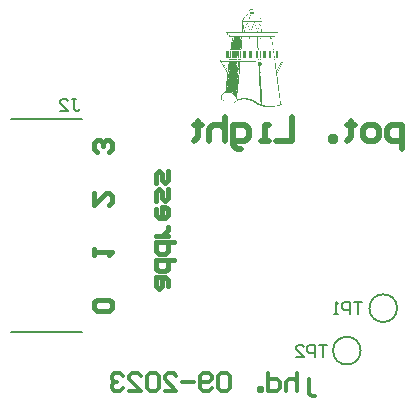
<source format=gbo>
G04*
G04 #@! TF.GenerationSoftware,Altium Limited,Altium Designer,23.8.1 (32)*
G04*
G04 Layer_Color=32896*
%FSLAX44Y44*%
%MOMM*%
G71*
G04*
G04 #@! TF.SameCoordinates,569DF6A4-0AC1-4917-97B5-21C436C54E36*
G04*
G04*
G04 #@! TF.FilePolarity,Positive*
G04*
G01*
G75*
%ADD12C,0.2000*%
%ADD15C,0.3000*%
%ADD127C,0.5000*%
%ADD134C,0.4000*%
G36*
X7426Y170949D02*
Y170875D01*
X7277D01*
Y170949D01*
X7351D01*
Y171023D01*
X7426D01*
Y170949D01*
D02*
G37*
G36*
X4680Y105934D02*
X4606D01*
Y106008D01*
X4680D01*
Y105934D01*
D02*
G37*
G36*
X57227Y104227D02*
X57078D01*
Y104152D01*
X56930D01*
Y104227D01*
X57004D01*
Y104301D01*
X57227D01*
Y104227D01*
D02*
G37*
G36*
X10988Y102297D02*
X10914D01*
Y102371D01*
X10988D01*
Y102297D01*
D02*
G37*
G36*
X10914Y102148D02*
X10840D01*
Y102074D01*
X10766D01*
Y102223D01*
X10840D01*
Y102297D01*
X10914D01*
Y102148D01*
D02*
G37*
G36*
X28727Y182824D02*
X28949D01*
Y182750D01*
X29098D01*
Y182676D01*
X29246D01*
Y182602D01*
X29320D01*
Y182527D01*
X29395D01*
Y182453D01*
X29469D01*
Y182379D01*
X29543D01*
Y182305D01*
X29617D01*
Y182230D01*
X29691D01*
Y182082D01*
X29766D01*
Y181934D01*
X29840D01*
Y181785D01*
X29914D01*
Y181562D01*
X29988D01*
Y181266D01*
X30062D01*
Y180820D01*
X29988D01*
Y180672D01*
X29914D01*
Y180598D01*
X29543D01*
Y179262D01*
X29840D01*
Y179188D01*
X30062D01*
Y179113D01*
X30285D01*
Y179039D01*
X30508D01*
Y178965D01*
X30730D01*
Y178891D01*
X30879D01*
Y178816D01*
X31102D01*
Y178742D01*
X31250D01*
Y178668D01*
X31398D01*
Y178594D01*
X31547D01*
Y178519D01*
X31695D01*
Y178445D01*
X31844D01*
Y178371D01*
X31918D01*
Y178297D01*
X32066D01*
Y178223D01*
X32215D01*
Y178148D01*
X32289D01*
Y178074D01*
X32438D01*
Y178000D01*
X32512D01*
Y177926D01*
X32586D01*
Y177852D01*
X32734D01*
Y177777D01*
X32809D01*
Y177703D01*
X32883D01*
Y177629D01*
X32957D01*
Y177555D01*
X33105D01*
Y177481D01*
X33180D01*
Y177406D01*
X33254D01*
Y177332D01*
X33328D01*
Y177258D01*
X33402D01*
Y177184D01*
X33477D01*
Y177109D01*
X33551D01*
Y177035D01*
X33625D01*
Y176961D01*
X33699D01*
Y176887D01*
X33773D01*
Y176812D01*
X33848D01*
Y176738D01*
X33922D01*
Y176664D01*
X33996D01*
Y176590D01*
X34070D01*
Y176441D01*
X34144D01*
Y176367D01*
X34219D01*
Y176293D01*
X34293D01*
Y176145D01*
X34367D01*
Y176070D01*
X34441D01*
Y175996D01*
X34516D01*
Y175848D01*
X34590D01*
Y175699D01*
X34664D01*
Y175625D01*
X34738D01*
Y175477D01*
X34813D01*
Y175402D01*
X34887D01*
Y175254D01*
X34961D01*
Y175105D01*
X35035D01*
Y174957D01*
X35109D01*
Y174809D01*
X35184D01*
Y174586D01*
X35258D01*
Y174438D01*
X35332D01*
Y174215D01*
X35406D01*
Y173918D01*
X35480D01*
Y173621D01*
X35555D01*
Y172953D01*
X35852D01*
Y172879D01*
X35926D01*
Y172211D01*
X35480D01*
Y171617D01*
X35555D01*
Y169910D01*
X35629D01*
Y168203D01*
X35703D01*
Y166570D01*
X35777D01*
Y164863D01*
X35852D01*
Y163453D01*
X35926D01*
Y163379D01*
X49656D01*
Y162859D01*
X49582D01*
Y162785D01*
X48840D01*
Y161375D01*
X48914D01*
Y161227D01*
X48840D01*
Y161152D01*
X47207D01*
Y159891D01*
X45500D01*
Y159816D01*
X45277D01*
Y159742D01*
X45129D01*
Y159668D01*
X45055D01*
Y159594D01*
X44981D01*
Y159520D01*
X44906D01*
Y159371D01*
X44832D01*
Y159297D01*
X44758D01*
Y159223D01*
X44684D01*
Y159074D01*
X44609D01*
Y158406D01*
X44684D01*
Y157887D01*
X44758D01*
Y157367D01*
X44832D01*
Y156848D01*
X44906D01*
Y156328D01*
X44981D01*
Y155809D01*
X45055D01*
Y155289D01*
X45129D01*
Y154769D01*
X45203D01*
Y154250D01*
X45277D01*
Y153730D01*
X45352D01*
Y153211D01*
X45426D01*
Y152691D01*
X45500D01*
Y152172D01*
X45574D01*
Y151652D01*
X45648D01*
Y151133D01*
X45723D01*
Y150613D01*
X45797D01*
Y150094D01*
X45871D01*
Y149574D01*
X45945D01*
Y149055D01*
X46020D01*
Y148684D01*
X46613D01*
Y148609D01*
X54852D01*
Y148461D01*
X54926D01*
Y148238D01*
Y148164D01*
Y147867D01*
X54109D01*
Y141633D01*
X54852D01*
Y141484D01*
X54926D01*
Y140891D01*
X54109D01*
Y140148D01*
X54926D01*
Y140000D01*
X55000D01*
Y138516D01*
X53887D01*
Y138441D01*
X53812D01*
Y138293D01*
X53738D01*
Y138145D01*
X53664D01*
Y137996D01*
X53590D01*
Y137848D01*
X53516D01*
Y137699D01*
X53441D01*
Y137551D01*
X53367D01*
Y137402D01*
X53293D01*
Y137254D01*
X53219D01*
Y137106D01*
X53144D01*
Y136957D01*
X53070D01*
Y136809D01*
X52996D01*
Y136660D01*
X52922D01*
Y136512D01*
X52848D01*
Y136363D01*
X52773D01*
Y136215D01*
X52699D01*
Y136066D01*
X52625D01*
Y135992D01*
X52551D01*
Y135844D01*
X52477D01*
Y135695D01*
X52402D01*
Y135547D01*
X52328D01*
Y135398D01*
X52254D01*
Y135250D01*
X52180D01*
Y135102D01*
X52105D01*
Y134953D01*
X52031D01*
Y134805D01*
X51957D01*
Y134656D01*
X51883D01*
Y134508D01*
X51809D01*
Y134359D01*
X51734D01*
Y134211D01*
X51660D01*
Y134062D01*
X51586D01*
Y133914D01*
X51512D01*
Y133766D01*
X51438D01*
Y133617D01*
X51363D01*
Y133469D01*
X51289D01*
Y133320D01*
X51215D01*
Y133172D01*
X51141D01*
Y133023D01*
X51066D01*
Y132875D01*
X50992D01*
Y132727D01*
X50918D01*
Y132578D01*
X50844D01*
Y132430D01*
X50770D01*
Y132281D01*
X50695D01*
Y132133D01*
X50621D01*
Y131984D01*
X50547D01*
Y131836D01*
X50473D01*
Y131687D01*
X50398D01*
Y131539D01*
X50324D01*
Y131391D01*
X50250D01*
Y131242D01*
X50176D01*
Y131094D01*
X50102D01*
Y130945D01*
X50027D01*
Y130797D01*
X49953D01*
Y130648D01*
X49879D01*
Y130500D01*
X49805D01*
Y130352D01*
X49731D01*
Y130203D01*
X49656D01*
Y130055D01*
X49582D01*
Y129906D01*
X49508D01*
Y129758D01*
X49434D01*
Y129609D01*
X49359D01*
Y129461D01*
X49285D01*
Y129312D01*
X49211D01*
Y129164D01*
X49137D01*
Y129090D01*
X49062D01*
Y128941D01*
X48988D01*
Y128793D01*
X48914D01*
Y128051D01*
X48988D01*
Y127457D01*
X49062D01*
Y126938D01*
X49137D01*
Y126418D01*
X49211D01*
Y125824D01*
X49285D01*
Y125305D01*
X49359D01*
Y124785D01*
X49434D01*
Y124191D01*
X49508D01*
Y123672D01*
X49582D01*
Y123078D01*
X49656D01*
Y122559D01*
X49731D01*
Y122039D01*
X49805D01*
Y121445D01*
X49879D01*
Y120851D01*
X49953D01*
Y120332D01*
X50027D01*
Y119738D01*
X50102D01*
Y119144D01*
X50176D01*
Y118625D01*
X50250D01*
Y118031D01*
X50324D01*
Y117437D01*
X50398D01*
Y116844D01*
X50473D01*
Y116250D01*
X50547D01*
Y115656D01*
X50621D01*
Y115063D01*
X50695D01*
Y114469D01*
X50770D01*
Y113875D01*
X50844D01*
Y113281D01*
X50918D01*
Y112613D01*
X50992D01*
Y112020D01*
X51066D01*
Y111426D01*
X51141D01*
Y110758D01*
X51215D01*
Y110164D01*
X51289D01*
Y109496D01*
X51363D01*
Y108902D01*
X51438D01*
Y108234D01*
X51512D01*
Y107641D01*
X51586D01*
Y106973D01*
X51660D01*
Y106379D01*
X51734D01*
Y105711D01*
X51809D01*
Y105117D01*
X51883D01*
Y104449D01*
X51957D01*
Y103855D01*
X52031D01*
Y103188D01*
X52105D01*
Y102594D01*
X52180D01*
Y102371D01*
X52402D01*
Y102445D01*
X52699D01*
Y102520D01*
X52922D01*
Y102594D01*
X53144D01*
Y102668D01*
X53367D01*
Y102742D01*
X53590D01*
Y102816D01*
X53812D01*
Y102891D01*
X53961D01*
Y102965D01*
X54184D01*
Y103039D01*
X54406D01*
Y103113D01*
X54555D01*
Y103188D01*
X54777D01*
Y103262D01*
X54926D01*
Y103336D01*
X55148D01*
Y103410D01*
X55297D01*
Y103484D01*
X55445D01*
Y103559D01*
X55668D01*
Y103633D01*
X55816D01*
Y103707D01*
X55965D01*
Y103781D01*
X56113D01*
Y103855D01*
X56262D01*
Y103930D01*
X56410D01*
Y104004D01*
X56633D01*
Y104078D01*
X56781D01*
Y104152D01*
X56930D01*
Y104078D01*
X56856D01*
Y104004D01*
X56707D01*
Y103930D01*
X56559D01*
Y103855D01*
X56410D01*
Y103781D01*
X56262D01*
Y103707D01*
X56113D01*
Y103633D01*
X55965D01*
Y103559D01*
X55816D01*
Y103484D01*
X55668D01*
Y103410D01*
X55594D01*
Y103336D01*
X55371D01*
Y103262D01*
X55223D01*
Y103188D01*
X55074D01*
Y103113D01*
X54926D01*
Y103039D01*
X54777D01*
Y102965D01*
X54629D01*
Y102891D01*
X54481D01*
Y102816D01*
X54332D01*
Y102742D01*
X54109D01*
Y102668D01*
X53961D01*
Y102594D01*
X53812D01*
Y102520D01*
X53590D01*
Y102445D01*
X53441D01*
Y102371D01*
X53219D01*
Y102297D01*
X53070D01*
Y102223D01*
X52848D01*
Y102148D01*
X52699D01*
Y102074D01*
X52477D01*
Y102000D01*
X52254D01*
Y101926D01*
X52031D01*
Y101852D01*
X51883D01*
Y101777D01*
X51660D01*
Y101703D01*
X51438D01*
Y101629D01*
X51141D01*
Y101555D01*
X50918D01*
Y101481D01*
X50695D01*
Y101406D01*
X50473D01*
Y101332D01*
X50176D01*
Y101258D01*
X49879D01*
Y101184D01*
X49656D01*
Y101109D01*
X49359D01*
Y101035D01*
X49062D01*
Y100961D01*
X48691D01*
Y100887D01*
X48394D01*
Y100813D01*
X48023D01*
Y100738D01*
X47578D01*
Y100664D01*
X47207D01*
Y100590D01*
X46687D01*
Y100516D01*
X46168D01*
Y100441D01*
X45574D01*
Y100367D01*
X44758D01*
Y100293D01*
X43570D01*
Y100219D01*
X40453D01*
Y100293D01*
X39488D01*
Y100367D01*
X38820D01*
Y100441D01*
X38301D01*
Y100516D01*
X37855D01*
Y100590D01*
X37484D01*
Y100664D01*
X37113D01*
Y100738D01*
X36742D01*
Y100813D01*
X36445D01*
Y100887D01*
X36148D01*
Y100961D01*
X35926D01*
Y101035D01*
X35629D01*
Y101109D01*
X35406D01*
Y101184D01*
X35184D01*
Y101258D01*
X34961D01*
Y101332D01*
X34738D01*
Y101406D01*
X34516D01*
Y101481D01*
X34293D01*
Y101555D01*
X34144D01*
Y101629D01*
X33922D01*
Y101703D01*
X33773D01*
Y101777D01*
X33551D01*
Y101852D01*
X33402D01*
Y101926D01*
X33254D01*
Y102000D01*
X33105D01*
Y102074D01*
X32883D01*
Y102148D01*
X32734D01*
Y102223D01*
X32586D01*
Y102297D01*
X32438D01*
Y102371D01*
X32289D01*
Y102445D01*
X32141D01*
Y102520D01*
X32066D01*
Y102594D01*
X31918D01*
Y102668D01*
X31769D01*
Y102742D01*
X31621D01*
Y102816D01*
X31547D01*
Y102891D01*
X31398D01*
Y102965D01*
X31250D01*
Y103039D01*
X31176D01*
Y103113D01*
X31027D01*
Y103188D01*
X30953D01*
Y103262D01*
X30805D01*
Y103336D01*
X30730D01*
Y103410D01*
X30582D01*
Y103484D01*
X30508D01*
Y103559D01*
X30359D01*
Y103633D01*
X30285D01*
Y103707D01*
X30137D01*
Y103781D01*
X30062D01*
Y103855D01*
X29914D01*
Y103930D01*
X29840D01*
Y104004D01*
X29766D01*
Y104078D01*
X29617D01*
Y104152D01*
X29543D01*
Y104227D01*
X29395D01*
Y104301D01*
X29320D01*
Y104375D01*
X29172D01*
Y104449D01*
X29023D01*
Y104523D01*
X28949D01*
Y104598D01*
X28801D01*
Y104672D01*
X28652D01*
Y104746D01*
X28504D01*
Y104820D01*
X28356D01*
Y104895D01*
X28207D01*
Y104969D01*
X28059D01*
Y105043D01*
X27910D01*
Y105117D01*
X27762D01*
Y105191D01*
X27613D01*
Y105266D01*
X27391D01*
Y105340D01*
X27242D01*
Y105414D01*
X27020D01*
Y105488D01*
X26871D01*
Y105562D01*
X26648D01*
Y105637D01*
X26426D01*
Y105711D01*
X26203D01*
Y105785D01*
X25981D01*
Y105859D01*
X25758D01*
Y105934D01*
X25535D01*
Y106008D01*
X25312D01*
Y106082D01*
X25090D01*
Y106156D01*
X24867D01*
Y106230D01*
X24570D01*
Y106305D01*
X24273D01*
Y106379D01*
X23977D01*
Y106453D01*
X23605D01*
Y106527D01*
X23234D01*
Y106602D01*
X22789D01*
Y106676D01*
X22121D01*
Y106750D01*
X19672D01*
Y106676D01*
X19078D01*
Y106602D01*
X18633D01*
Y106527D01*
X18262D01*
Y106453D01*
X17965D01*
Y106379D01*
X17668D01*
Y106305D01*
X17371D01*
Y106230D01*
X17148D01*
Y106156D01*
X16926D01*
Y106082D01*
X16703D01*
Y106008D01*
X16480D01*
Y105934D01*
X16332D01*
Y105859D01*
X16109D01*
Y105785D01*
X15961D01*
Y105711D01*
X15738D01*
Y105637D01*
X15590D01*
Y105562D01*
X15441D01*
Y105488D01*
X15293D01*
Y105414D01*
X15144D01*
Y105340D01*
X14996D01*
Y105266D01*
X14848D01*
Y105191D01*
X14699D01*
Y105117D01*
X14551D01*
Y105043D01*
X14402D01*
Y104969D01*
X14328D01*
Y104895D01*
X14180D01*
Y104820D01*
X14031D01*
Y104746D01*
X13957D01*
Y104672D01*
X13809D01*
Y104598D01*
X13734D01*
Y104523D01*
X13586D01*
Y104449D01*
X13438D01*
Y104375D01*
X13363D01*
Y104301D01*
X13289D01*
Y104227D01*
X13141D01*
Y104152D01*
X13066D01*
Y104078D01*
X12918D01*
Y104004D01*
X12844D01*
Y103930D01*
X12770D01*
Y103855D01*
X12621D01*
Y103781D01*
X12547D01*
Y103707D01*
X12473D01*
Y103633D01*
X12398D01*
Y103559D01*
X12250D01*
Y103484D01*
X12176D01*
Y103410D01*
X12102D01*
Y103336D01*
X12027D01*
Y103262D01*
X11953D01*
Y103188D01*
X11879D01*
Y103113D01*
X11731D01*
Y103039D01*
X11656D01*
Y102965D01*
X11582D01*
Y102891D01*
X11508D01*
Y102816D01*
X11434D01*
Y102742D01*
X11359D01*
Y102668D01*
X11285D01*
Y102594D01*
X11211D01*
Y102520D01*
X11137D01*
Y102445D01*
X11063D01*
Y102371D01*
X10988D01*
Y102520D01*
X11063D01*
Y102594D01*
X11137D01*
Y102668D01*
X11211D01*
Y102742D01*
X11285D01*
Y102891D01*
X11359D01*
Y102965D01*
X11434D01*
Y103039D01*
X11508D01*
Y103113D01*
X11582D01*
Y103188D01*
X11656D01*
Y103336D01*
X11731D01*
Y103410D01*
X11805D01*
Y103484D01*
X11879D01*
Y103559D01*
X11953D01*
Y103633D01*
X12027D01*
Y103707D01*
X12102D01*
Y103781D01*
X12176D01*
Y103855D01*
X12250D01*
Y103930D01*
X12324D01*
Y104004D01*
X12398D01*
Y104078D01*
X12473D01*
Y104152D01*
X12547D01*
Y104227D01*
X12621D01*
Y104301D01*
X12770D01*
Y104375D01*
X12844D01*
Y104449D01*
X12918D01*
Y104523D01*
X12992D01*
Y104598D01*
X13066D01*
Y104672D01*
X13141D01*
Y104746D01*
X13289D01*
Y104820D01*
X13363D01*
Y104895D01*
X13438D01*
Y104969D01*
X13512D01*
Y105043D01*
X13660D01*
Y105117D01*
X13734D01*
Y105191D01*
X13883D01*
Y105266D01*
X13957D01*
Y105340D01*
X14031D01*
Y105414D01*
X14180D01*
Y105488D01*
X14254D01*
Y105562D01*
X14402D01*
Y105637D01*
X14477D01*
Y105711D01*
X14625D01*
Y105785D01*
X14773D01*
Y105859D01*
X14848D01*
Y105934D01*
X14996D01*
Y106008D01*
X15070D01*
Y106230D01*
X14996D01*
Y106453D01*
X14922D01*
Y106602D01*
X14848D01*
Y106824D01*
X14773D01*
Y106973D01*
X14699D01*
Y107121D01*
X14625D01*
Y107269D01*
X14551D01*
Y107418D01*
X14477D01*
Y107566D01*
X14402D01*
Y107715D01*
X14328D01*
Y107863D01*
X14254D01*
Y108012D01*
X14180D01*
Y108086D01*
X14105D01*
Y108234D01*
X14031D01*
Y108383D01*
X13957D01*
Y108457D01*
X13883D01*
Y108605D01*
X13809D01*
Y108680D01*
X13734D01*
Y108828D01*
X13660D01*
Y108902D01*
X13586D01*
Y109051D01*
X13512D01*
Y109125D01*
X13438D01*
Y109199D01*
X13363D01*
Y109348D01*
X13289D01*
Y109422D01*
X13215D01*
Y109496D01*
X13141D01*
Y109570D01*
X13066D01*
Y109644D01*
X12992D01*
Y109793D01*
X12918D01*
Y109867D01*
X12844D01*
Y109941D01*
X12770D01*
Y110016D01*
X12695D01*
Y110090D01*
X12621D01*
Y110164D01*
X12547D01*
Y110238D01*
X12473D01*
Y110312D01*
X12398D01*
Y110387D01*
X12324D01*
Y110461D01*
X12250D01*
Y110535D01*
X12102D01*
Y110609D01*
X12027D01*
Y110684D01*
X11953D01*
Y110758D01*
X11879D01*
Y110832D01*
X11805D01*
Y110906D01*
X11656D01*
Y110981D01*
X11582D01*
Y111055D01*
X11434D01*
Y111129D01*
X11359D01*
Y111203D01*
X11285D01*
Y111277D01*
X11137D01*
Y111352D01*
X10988D01*
Y111426D01*
X10914D01*
Y111500D01*
X10766D01*
Y111574D01*
X10617D01*
Y111648D01*
X10469D01*
Y111723D01*
X10320D01*
Y111797D01*
X10172D01*
Y111871D01*
X10023D01*
Y111945D01*
X9875D01*
Y112020D01*
X9652D01*
Y112094D01*
X9504D01*
Y112168D01*
X9281D01*
Y112242D01*
X8984D01*
Y112316D01*
X8687D01*
Y112391D01*
X8316D01*
Y112465D01*
X6535D01*
Y112391D01*
X6090D01*
Y112316D01*
X5793D01*
Y112242D01*
X5570D01*
Y112168D01*
X5348D01*
Y112094D01*
X5125D01*
Y112020D01*
X4976D01*
Y111945D01*
X4754D01*
Y111871D01*
X4606D01*
Y111797D01*
X4457D01*
Y111723D01*
X4309D01*
Y111648D01*
X4234D01*
Y111574D01*
X4086D01*
Y111500D01*
X3938D01*
Y111426D01*
X3863D01*
Y111352D01*
X3715D01*
Y111277D01*
X3641D01*
Y111203D01*
X3566D01*
Y111129D01*
X3418D01*
Y111055D01*
X3344D01*
Y110981D01*
X3270D01*
Y110906D01*
X3195D01*
Y110832D01*
X3121D01*
Y110758D01*
X3047D01*
Y110684D01*
X2973D01*
Y110609D01*
X2898D01*
Y110535D01*
X2824D01*
Y110461D01*
X2750D01*
Y110387D01*
X2676D01*
Y110238D01*
X2601D01*
Y110164D01*
X2527D01*
Y110016D01*
X2453D01*
Y109941D01*
X2379D01*
Y109793D01*
X2305D01*
Y109644D01*
X2230D01*
Y109496D01*
X2156D01*
Y109273D01*
X2082D01*
Y109051D01*
X2008D01*
Y108754D01*
X1934D01*
Y108234D01*
X1859D01*
Y107789D01*
X1934D01*
Y107344D01*
X2008D01*
Y107121D01*
X2082D01*
Y106973D01*
X2156D01*
Y106824D01*
X2230D01*
Y106750D01*
X2305D01*
Y106602D01*
X2379D01*
Y106527D01*
X2453D01*
Y106453D01*
X2527D01*
Y106379D01*
X2676D01*
Y106305D01*
X2750D01*
Y106230D01*
X2898D01*
Y106156D01*
X3047D01*
Y106082D01*
X3270D01*
Y106008D01*
X3641D01*
Y105934D01*
X4531D01*
Y105859D01*
X4234D01*
Y105785D01*
X3121D01*
Y105859D01*
X2824D01*
Y105934D01*
X2601D01*
Y106008D01*
X2453D01*
Y106082D01*
X2379D01*
Y106156D01*
X2230D01*
Y106230D01*
X2156D01*
Y106305D01*
X2082D01*
Y106379D01*
X2008D01*
Y106453D01*
X1934D01*
Y106527D01*
X1859D01*
Y106602D01*
X1785D01*
Y106676D01*
X1711D01*
Y106824D01*
X1637D01*
Y106973D01*
X1562D01*
Y107121D01*
X1488D01*
Y107344D01*
X1414D01*
Y107566D01*
X1340D01*
Y109125D01*
X1414D01*
Y109496D01*
X1488D01*
Y109719D01*
X1562D01*
Y109941D01*
X1637D01*
Y110090D01*
X1711D01*
Y110238D01*
X1785D01*
Y110387D01*
X1859D01*
Y110535D01*
X1934D01*
Y110684D01*
X2008D01*
Y110758D01*
X2082D01*
Y110906D01*
X2156D01*
Y110981D01*
X2230D01*
Y111055D01*
X2305D01*
Y111129D01*
X2379D01*
Y111277D01*
X2453D01*
Y111352D01*
X2527D01*
Y111426D01*
X2601D01*
Y111500D01*
X2676D01*
Y111574D01*
X2750D01*
Y111648D01*
X2824D01*
Y111723D01*
X2898D01*
Y111797D01*
X2973D01*
Y111871D01*
X3121D01*
Y111945D01*
X3195D01*
Y112020D01*
X3270D01*
Y112094D01*
X3344D01*
Y112168D01*
X3492D01*
Y112242D01*
X3566D01*
Y112316D01*
X3715D01*
Y112391D01*
X3789D01*
Y112465D01*
X3938D01*
Y112539D01*
X4086D01*
Y112613D01*
X4160D01*
Y112688D01*
X4309D01*
Y112762D01*
X4457D01*
Y112836D01*
X4606D01*
Y112910D01*
X4828D01*
Y112984D01*
X4976D01*
Y113059D01*
X5199D01*
Y113133D01*
X5273D01*
Y113727D01*
X5348D01*
Y114691D01*
X5422D01*
Y115582D01*
X5496D01*
Y116473D01*
X5570D01*
Y117363D01*
X5645D01*
Y118180D01*
X5719D01*
Y118996D01*
X5793D01*
Y119812D01*
X5867D01*
Y120555D01*
X5941D01*
Y121297D01*
X6016D01*
Y122039D01*
X6090D01*
Y122707D01*
X6164D01*
Y123449D01*
X6238D01*
Y124117D01*
X6313D01*
Y124785D01*
X6387D01*
Y125379D01*
X6461D01*
Y126047D01*
X6535D01*
Y126641D01*
X6609D01*
Y127309D01*
X6684D01*
Y127902D01*
X6758D01*
Y128496D01*
X6832D01*
Y129164D01*
X6758D01*
Y129312D01*
X6684D01*
Y129387D01*
X6609D01*
Y129535D01*
X6535D01*
Y129609D01*
X6461D01*
Y129758D01*
X6387D01*
Y129906D01*
X6313D01*
Y129980D01*
X6238D01*
Y130129D01*
X6164D01*
Y130277D01*
X6090D01*
Y130352D01*
X6016D01*
Y130500D01*
X5941D01*
Y130648D01*
X5867D01*
Y130723D01*
X5793D01*
Y130871D01*
X5719D01*
Y131019D01*
X5645D01*
Y131094D01*
X5570D01*
Y131242D01*
X5496D01*
Y131391D01*
X5422D01*
Y131465D01*
X5348D01*
Y131613D01*
X5273D01*
Y131762D01*
X5199D01*
Y131836D01*
X5125D01*
Y131984D01*
X5051D01*
Y132133D01*
X4976D01*
Y132207D01*
X4902D01*
Y132355D01*
X4828D01*
Y132504D01*
X4754D01*
Y132652D01*
X4680D01*
Y132727D01*
X4606D01*
Y132875D01*
X4531D01*
Y133023D01*
X4457D01*
Y133098D01*
X4383D01*
Y133246D01*
X4309D01*
Y133394D01*
X4234D01*
Y133469D01*
X4160D01*
Y133617D01*
X4086D01*
Y133766D01*
X4012D01*
Y133840D01*
X3938D01*
Y133988D01*
X3863D01*
Y134137D01*
X3789D01*
Y134285D01*
X3715D01*
Y134359D01*
X3641D01*
Y134508D01*
X3566D01*
Y134656D01*
X3492D01*
Y134731D01*
X3418D01*
Y134879D01*
X3344D01*
Y135027D01*
X3270D01*
Y135176D01*
X3195D01*
Y135250D01*
X3121D01*
Y135398D01*
X3047D01*
Y135547D01*
X2973D01*
Y135621D01*
X2898D01*
Y135770D01*
X2824D01*
Y135918D01*
X2750D01*
Y136066D01*
X2676D01*
Y136141D01*
X2601D01*
Y136289D01*
X2527D01*
Y136438D01*
X2453D01*
Y136512D01*
X2379D01*
Y136660D01*
X2305D01*
Y136809D01*
X2230D01*
Y136957D01*
X2156D01*
Y137031D01*
X2082D01*
Y137180D01*
X2008D01*
Y137328D01*
X1934D01*
Y137477D01*
X1859D01*
Y137551D01*
X1785D01*
Y137699D01*
X1711D01*
Y137848D01*
X1637D01*
Y137996D01*
X1562D01*
Y138070D01*
X1488D01*
Y138219D01*
X1414D01*
Y138367D01*
X598D01*
Y140371D01*
X1266D01*
Y140816D01*
X598D01*
Y141633D01*
X523D01*
Y141781D01*
X1191D01*
Y145863D01*
X1266D01*
Y147793D01*
X598D01*
Y148609D01*
X523D01*
Y148758D01*
X9430D01*
Y149055D01*
X9504D01*
Y149574D01*
X9578D01*
Y150094D01*
X9652D01*
Y150613D01*
X9726D01*
Y151133D01*
X9801D01*
Y151727D01*
X9875D01*
Y152246D01*
X9949D01*
Y152766D01*
X10023D01*
Y153285D01*
X10098D01*
Y153805D01*
X10172D01*
Y154398D01*
X10246D01*
Y154918D01*
X10320D01*
Y155437D01*
X10395D01*
Y155957D01*
X10469D01*
Y156476D01*
X10543D01*
Y157070D01*
X10617D01*
Y157590D01*
X10691D01*
Y158109D01*
X10766D01*
Y158629D01*
X10840D01*
Y159074D01*
X10766D01*
Y159148D01*
X10691D01*
Y159297D01*
X10617D01*
Y159371D01*
X10543D01*
Y159445D01*
X10469D01*
Y159520D01*
X10395D01*
Y159594D01*
X10246D01*
Y159668D01*
X9949D01*
Y159742D01*
X8539D01*
Y159816D01*
X8465D01*
Y161004D01*
X6684D01*
Y162711D01*
X6238D01*
Y162785D01*
X6164D01*
Y162711D01*
X6090D01*
Y163453D01*
X19227D01*
Y165160D01*
X19301D01*
Y167164D01*
X19375D01*
Y168871D01*
X19449D01*
Y170355D01*
X19523D01*
Y171691D01*
X19598D01*
Y172211D01*
X19301D01*
Y172953D01*
X19523D01*
Y173027D01*
X19598D01*
Y173547D01*
X19672D01*
Y173844D01*
X19746D01*
Y174066D01*
X19820D01*
Y174289D01*
X19894D01*
Y174512D01*
X19969D01*
Y174660D01*
X20043D01*
Y174809D01*
X20117D01*
Y174957D01*
X20191D01*
Y175105D01*
X20266D01*
Y175254D01*
X20340D01*
Y175402D01*
X20414D01*
Y175551D01*
X20488D01*
Y175625D01*
X20563D01*
Y175773D01*
X20637D01*
Y175848D01*
X20711D01*
Y175996D01*
X20785D01*
Y176070D01*
X20859D01*
Y176145D01*
X20934D01*
Y176293D01*
X21008D01*
Y176367D01*
X21082D01*
Y176441D01*
X21156D01*
Y176516D01*
X21230D01*
Y176590D01*
X21305D01*
Y176664D01*
X21379D01*
Y176812D01*
X21453D01*
Y176887D01*
X21527D01*
Y176961D01*
X21602D01*
Y177035D01*
X21676D01*
Y177109D01*
X21750D01*
Y177184D01*
X21824D01*
Y177258D01*
X21973D01*
Y177332D01*
X22047D01*
Y177406D01*
X22121D01*
Y177481D01*
X22195D01*
Y177555D01*
X22269D01*
Y177629D01*
X22344D01*
Y177703D01*
X22492D01*
Y177777D01*
X22566D01*
Y177852D01*
X22641D01*
Y177926D01*
X22789D01*
Y178000D01*
X22863D01*
Y178074D01*
X22938D01*
Y178148D01*
X23086D01*
Y178223D01*
X23160D01*
Y178297D01*
X23309D01*
Y178371D01*
X23457D01*
Y178445D01*
X23531D01*
Y178519D01*
X23680D01*
Y178594D01*
X23828D01*
Y178668D01*
X23977D01*
Y178742D01*
X24125D01*
Y178816D01*
X24273D01*
Y178891D01*
X24422D01*
Y178965D01*
X24644D01*
Y179039D01*
X24793D01*
Y179113D01*
X25016D01*
Y179188D01*
X25312D01*
Y179262D01*
X25609D01*
Y179336D01*
X25758D01*
Y180523D01*
X25238D01*
Y180672D01*
X25164D01*
Y181414D01*
X25238D01*
Y181637D01*
X25312D01*
Y181859D01*
X25387D01*
Y182008D01*
X25461D01*
Y182082D01*
X25535D01*
Y182230D01*
X25609D01*
Y182305D01*
X25684D01*
Y182379D01*
X25758D01*
Y182453D01*
X25832D01*
Y182527D01*
X25906D01*
Y182602D01*
X25981D01*
Y182676D01*
X26129D01*
Y182750D01*
X26203D01*
Y182824D01*
X26426D01*
Y182898D01*
X28727D01*
Y182824D01*
D02*
G37*
%LPC*%
G36*
X28875Y182602D02*
X26500D01*
Y182527D01*
X26352D01*
Y182453D01*
X26203D01*
Y182379D01*
X26129D01*
Y182305D01*
X26055D01*
Y182230D01*
X25981D01*
Y182156D01*
X25906D01*
Y182082D01*
X25832D01*
Y181934D01*
X25758D01*
Y181859D01*
X25684D01*
Y181711D01*
X25609D01*
Y181488D01*
X25535D01*
Y180895D01*
X26426D01*
Y180820D01*
X29543D01*
Y180746D01*
X29840D01*
Y181414D01*
X29766D01*
Y181637D01*
X29691D01*
Y181785D01*
X29617D01*
Y181934D01*
X29543D01*
Y182008D01*
X29469D01*
Y182156D01*
X29395D01*
Y182230D01*
X29320D01*
Y182305D01*
X29246D01*
Y182379D01*
X29172D01*
Y182453D01*
X29023D01*
Y182527D01*
X28875D01*
Y182602D01*
D02*
G37*
G36*
X29320Y180449D02*
X27984D01*
Y180375D01*
X26129D01*
Y179559D01*
X29246D01*
Y179484D01*
X29320D01*
Y180449D01*
D02*
G37*
G36*
X28207Y179262D02*
X27613D01*
Y179188D01*
X27539D01*
Y179113D01*
X27465D01*
Y178965D01*
X27391D01*
Y178891D01*
X27316D01*
Y178816D01*
X27242D01*
Y178668D01*
X27168D01*
Y178594D01*
X27094D01*
Y178445D01*
X27020D01*
Y178371D01*
X26945D01*
Y178223D01*
X26871D01*
Y178074D01*
X26797D01*
Y178000D01*
X26723D01*
Y177852D01*
X26648D01*
Y177703D01*
X26574D01*
Y177555D01*
X26500D01*
Y177406D01*
X26426D01*
Y177258D01*
X26352D01*
Y177109D01*
X26277D01*
Y176961D01*
X26203D01*
Y176812D01*
X26129D01*
Y176590D01*
X26055D01*
Y176441D01*
X25981D01*
Y176219D01*
X25906D01*
Y175996D01*
X25832D01*
Y175773D01*
X25758D01*
Y175551D01*
X25684D01*
Y175254D01*
X25609D01*
Y174957D01*
X25535D01*
Y174660D01*
X25461D01*
Y174289D01*
X25387D01*
Y173844D01*
X25312D01*
Y173324D01*
X25238D01*
Y172953D01*
X35406D01*
Y173250D01*
X35332D01*
Y173621D01*
X35258D01*
Y173918D01*
X35184D01*
Y174215D01*
X35109D01*
Y174438D01*
X35035D01*
Y174586D01*
X34961D01*
Y174809D01*
X34887D01*
Y174957D01*
X34813D01*
Y175105D01*
X34738D01*
Y175254D01*
X34664D01*
Y175402D01*
X34590D01*
Y175551D01*
X34516D01*
Y175699D01*
X34441D01*
Y175773D01*
X34367D01*
Y175922D01*
X34293D01*
Y175996D01*
X34219D01*
Y176145D01*
X34144D01*
Y176219D01*
X34070D01*
Y176293D01*
X33996D01*
Y176367D01*
X33922D01*
Y176516D01*
X33848D01*
Y176590D01*
X33773D01*
Y176664D01*
X33699D01*
Y176738D01*
X33625D01*
Y176812D01*
X33551D01*
Y176887D01*
X33477D01*
Y176961D01*
X33402D01*
Y177035D01*
X33328D01*
Y177109D01*
X33254D01*
Y177184D01*
X33180D01*
Y177258D01*
X33105D01*
Y177332D01*
X33031D01*
Y177406D01*
X32883D01*
Y177481D01*
X32809D01*
Y177555D01*
X32734D01*
Y177629D01*
X32660D01*
Y177703D01*
X32512D01*
Y177777D01*
X32438D01*
Y177852D01*
X32363D01*
Y177926D01*
X32215D01*
Y178000D01*
X32141D01*
Y178074D01*
X31992D01*
Y178148D01*
X31918D01*
Y178223D01*
X31769D01*
Y178297D01*
X31621D01*
Y178371D01*
X31473D01*
Y178445D01*
X31324D01*
Y178519D01*
X31176D01*
Y178594D01*
X31027D01*
Y178668D01*
X30879D01*
Y178742D01*
X30656D01*
Y178816D01*
X30508D01*
Y178891D01*
X30285D01*
Y178965D01*
X29988D01*
Y179039D01*
X29691D01*
Y179113D01*
X29320D01*
Y179188D01*
X28207D01*
Y179262D01*
D02*
G37*
G36*
X27316D02*
X27020D01*
Y179188D01*
X26129D01*
Y179113D01*
X25758D01*
Y179039D01*
X25461D01*
Y178965D01*
X25238D01*
Y178891D01*
X25016D01*
Y178816D01*
X24867D01*
Y178742D01*
X24719D01*
Y178668D01*
X24496D01*
Y178594D01*
X24422D01*
Y178519D01*
X24273D01*
Y178445D01*
X24125D01*
Y178371D01*
X23977D01*
Y178297D01*
X23902D01*
Y178223D01*
X23754D01*
Y178148D01*
X23605D01*
Y178074D01*
X23531D01*
Y178000D01*
X23457D01*
Y177926D01*
X23309D01*
Y177852D01*
X23234D01*
Y177777D01*
X23160D01*
Y177703D01*
X23012D01*
Y177629D01*
X22938D01*
Y177555D01*
X22863D01*
Y177481D01*
X22789D01*
Y177406D01*
X22715D01*
Y177332D01*
X22566D01*
Y177258D01*
X22492D01*
Y177184D01*
X22418D01*
Y177109D01*
X22344D01*
Y177035D01*
X22269D01*
Y176961D01*
X22195D01*
Y176887D01*
X22121D01*
Y176812D01*
X22047D01*
Y176738D01*
X21973D01*
Y176590D01*
X21898D01*
Y176516D01*
X21824D01*
Y176441D01*
X21750D01*
Y176367D01*
X21676D01*
Y176293D01*
X21602D01*
Y176145D01*
X21527D01*
Y176070D01*
X21453D01*
Y175996D01*
X21379D01*
Y175848D01*
X21305D01*
Y175773D01*
X21230D01*
Y175625D01*
X21156D01*
Y175551D01*
X21082D01*
Y175402D01*
X21008D01*
Y175254D01*
X20934D01*
Y175180D01*
X20859D01*
Y175031D01*
X20785D01*
Y174809D01*
X20711D01*
Y174660D01*
X20637D01*
Y174512D01*
X20563D01*
Y174289D01*
X20488D01*
Y174066D01*
X20414D01*
Y173769D01*
X20340D01*
Y173324D01*
X20266D01*
Y172953D01*
X25016D01*
Y174141D01*
X25090D01*
Y174660D01*
X25164D01*
Y175105D01*
X25238D01*
Y175477D01*
X25312D01*
Y175773D01*
X25387D01*
Y175996D01*
X25461D01*
Y176219D01*
X25535D01*
Y176441D01*
X25609D01*
Y176664D01*
X25684D01*
Y176887D01*
X25758D01*
Y177035D01*
X25832D01*
Y177184D01*
X25906D01*
Y177332D01*
X25981D01*
Y177481D01*
X26055D01*
Y177629D01*
X26129D01*
Y177777D01*
X26203D01*
Y177852D01*
X26277D01*
Y178000D01*
X26352D01*
Y178148D01*
X26426D01*
Y178223D01*
X26500D01*
Y178371D01*
X26574D01*
Y178445D01*
X26648D01*
Y178519D01*
X26723D01*
Y178594D01*
X26797D01*
Y178742D01*
X26871D01*
Y178816D01*
X26945D01*
Y178891D01*
X27020D01*
Y178965D01*
X27094D01*
Y179039D01*
X27168D01*
Y179113D01*
X27242D01*
Y179188D01*
X27316D01*
Y179262D01*
D02*
G37*
G36*
X35703Y172731D02*
X35629D01*
Y172656D01*
X35703D01*
Y172731D01*
D02*
G37*
G36*
Y172508D02*
X35629D01*
Y172434D01*
X35703D01*
Y172508D01*
D02*
G37*
G36*
X35332Y172211D02*
X34664D01*
Y171691D01*
X34738D01*
Y171172D01*
X34813D01*
Y170652D01*
X34887D01*
Y170059D01*
X34961D01*
Y169539D01*
X35035D01*
Y169020D01*
X35109D01*
Y168500D01*
X35184D01*
Y167906D01*
X35258D01*
Y167387D01*
X35332D01*
Y166867D01*
X35406D01*
Y166348D01*
X35480D01*
Y165754D01*
X35555D01*
Y165160D01*
X35629D01*
Y166422D01*
X35555D01*
Y168055D01*
X35480D01*
Y169762D01*
X35406D01*
Y171469D01*
X35332D01*
Y172211D01*
D02*
G37*
G36*
X23457D02*
X20191D01*
Y171691D01*
X20266D01*
Y171098D01*
X20340D01*
Y170578D01*
X20414D01*
Y169984D01*
X20488D01*
Y169465D01*
X20563D01*
Y168871D01*
X20637D01*
Y168352D01*
X20711D01*
Y167758D01*
X20785D01*
Y167164D01*
X20859D01*
Y166644D01*
X20934D01*
Y166051D01*
X21008D01*
Y165531D01*
X21082D01*
Y164937D01*
X21156D01*
Y164715D01*
X21230D01*
Y164937D01*
X21305D01*
Y165160D01*
X21379D01*
Y165457D01*
X21453D01*
Y165680D01*
X21527D01*
Y165977D01*
X21602D01*
Y166199D01*
X21676D01*
Y166422D01*
X21750D01*
Y166719D01*
X21824D01*
Y166941D01*
X21898D01*
Y167164D01*
X21973D01*
Y167461D01*
X22047D01*
Y167684D01*
X22121D01*
Y167906D01*
X22195D01*
Y168203D01*
X22269D01*
Y168426D01*
X22344D01*
Y168648D01*
X22418D01*
Y168723D01*
Y168797D01*
Y168945D01*
X22492D01*
Y169168D01*
X22566D01*
Y169391D01*
X22641D01*
Y169688D01*
X22715D01*
Y169910D01*
X22789D01*
Y170207D01*
X22863D01*
Y170430D01*
X22938D01*
Y170652D01*
X23012D01*
Y170949D01*
X23086D01*
Y171172D01*
X23160D01*
Y171395D01*
X23234D01*
Y171691D01*
X23309D01*
Y171914D01*
X23383D01*
Y172137D01*
X23457D01*
Y172211D01*
D02*
G37*
G36*
X34590D02*
X29914D01*
Y172062D01*
X29988D01*
Y171840D01*
X30062D01*
Y171617D01*
X30137D01*
Y171395D01*
X30211D01*
Y171320D01*
Y171172D01*
X30285D01*
Y170949D01*
X30359D01*
Y170727D01*
X30434D01*
Y170504D01*
X30508D01*
Y170281D01*
X30582D01*
Y170059D01*
X30656D01*
Y169836D01*
X30730D01*
Y169613D01*
X30805D01*
Y169391D01*
X30879D01*
Y169168D01*
X30953D01*
Y168945D01*
X31027D01*
Y168648D01*
X31102D01*
Y168426D01*
X31176D01*
Y168203D01*
X31250D01*
Y167980D01*
X31324D01*
Y167758D01*
X31398D01*
Y167535D01*
X31473D01*
Y167313D01*
X31547D01*
Y167090D01*
X31621D01*
Y166867D01*
X31695D01*
Y166644D01*
X31769D01*
Y166422D01*
X31844D01*
Y166199D01*
X31918D01*
Y165977D01*
X31992D01*
Y165754D01*
X32066D01*
Y165531D01*
X32141D01*
Y165309D01*
X32215D01*
Y165086D01*
X32289D01*
Y164863D01*
X32363D01*
Y164641D01*
X32438D01*
Y164418D01*
X32512D01*
Y164195D01*
X32586D01*
Y164344D01*
X32660D01*
Y164641D01*
X32734D01*
Y164937D01*
X32809D01*
Y165234D01*
X32883D01*
Y165531D01*
X32957D01*
Y165828D01*
X33031D01*
Y166199D01*
X33105D01*
Y166496D01*
X33180D01*
Y166793D01*
X33254D01*
Y167090D01*
X33328D01*
Y167387D01*
X33402D01*
Y167684D01*
X33477D01*
Y167980D01*
X33551D01*
Y168277D01*
X33625D01*
Y168574D01*
X33699D01*
Y168871D01*
X33773D01*
Y169168D01*
X33848D01*
Y169465D01*
X33922D01*
Y169762D01*
X33996D01*
Y170059D01*
X34070D01*
Y170355D01*
X34144D01*
Y170652D01*
X34219D01*
Y170949D01*
X34293D01*
Y171246D01*
X34367D01*
Y171543D01*
X34441D01*
Y171840D01*
X34516D01*
Y172137D01*
X34590D01*
Y172211D01*
D02*
G37*
G36*
X29617D02*
X23680D01*
Y172137D01*
X23754D01*
Y171914D01*
X23828D01*
Y171691D01*
X23902D01*
Y171469D01*
X23977D01*
Y171246D01*
X24051D01*
Y171023D01*
X24125D01*
Y170801D01*
X24199D01*
Y170727D01*
Y170652D01*
Y170578D01*
X24273D01*
Y170355D01*
X24348D01*
Y170133D01*
X24422D01*
Y169910D01*
X24496D01*
Y169688D01*
X24570D01*
Y169465D01*
X24644D01*
Y169242D01*
X24719D01*
Y169020D01*
X24793D01*
Y168797D01*
X24867D01*
Y168648D01*
X24941D01*
Y168426D01*
X25016D01*
Y168203D01*
X25090D01*
Y167980D01*
X25164D01*
Y167758D01*
X25238D01*
Y167535D01*
X25312D01*
Y167313D01*
X25387D01*
Y167090D01*
X25461D01*
Y166867D01*
X25535D01*
Y166644D01*
X25609D01*
Y166422D01*
X25684D01*
Y166199D01*
X25758D01*
Y165977D01*
X25832D01*
Y165754D01*
X25906D01*
Y165531D01*
X25981D01*
Y165309D01*
X26055D01*
Y165086D01*
X26129D01*
Y164863D01*
X26203D01*
Y164641D01*
X26277D01*
Y164418D01*
X26352D01*
Y164195D01*
X26426D01*
Y164047D01*
X26500D01*
Y164270D01*
X26574D01*
Y164418D01*
X26648D01*
Y164641D01*
X26723D01*
Y164789D01*
X26797D01*
Y165012D01*
X26871D01*
Y165234D01*
X26945D01*
Y165383D01*
X27020D01*
Y165606D01*
X27094D01*
Y165754D01*
X27168D01*
Y165977D01*
X27242D01*
Y166199D01*
X27316D01*
Y166348D01*
X27391D01*
Y166570D01*
X27465D01*
Y166719D01*
X27539D01*
Y166941D01*
X27613D01*
Y167090D01*
X27687D01*
Y167313D01*
X27762D01*
Y167535D01*
X27836D01*
Y167684D01*
X27910D01*
Y167906D01*
X27984D01*
Y168055D01*
X28059D01*
Y168277D01*
X28133D01*
Y168500D01*
X28207D01*
Y168648D01*
X28281D01*
Y168871D01*
X28356D01*
Y169020D01*
X28430D01*
Y169242D01*
X28504D01*
Y169465D01*
X28578D01*
Y169613D01*
X28652D01*
Y169836D01*
X28727D01*
Y169984D01*
X28801D01*
Y170207D01*
X28875D01*
Y170355D01*
X28949D01*
Y170578D01*
X29023D01*
Y170801D01*
X29098D01*
Y170949D01*
X29172D01*
Y171172D01*
X29246D01*
Y171320D01*
X29320D01*
Y171543D01*
X29395D01*
Y171766D01*
X29469D01*
Y171914D01*
X29543D01*
Y172137D01*
X29617D01*
Y172211D01*
D02*
G37*
G36*
X29766Y171617D02*
X29691D01*
Y171395D01*
X29617D01*
Y171172D01*
X29543D01*
Y171023D01*
X29469D01*
Y170801D01*
X29395D01*
Y170652D01*
X29320D01*
Y170430D01*
X29246D01*
Y170207D01*
X29172D01*
Y170059D01*
X29098D01*
Y169836D01*
X29023D01*
Y169688D01*
X28949D01*
Y169465D01*
X28875D01*
Y169242D01*
X28801D01*
Y169094D01*
X28727D01*
Y168871D01*
X28652D01*
Y168723D01*
X28578D01*
Y168500D01*
X28504D01*
Y168352D01*
X28430D01*
Y168129D01*
X28356D01*
Y167906D01*
X28281D01*
Y167758D01*
X28207D01*
Y167535D01*
X28133D01*
Y167387D01*
X28059D01*
Y167164D01*
X27984D01*
Y166941D01*
X27910D01*
Y166793D01*
X27836D01*
Y166570D01*
X27762D01*
Y166422D01*
X27687D01*
Y166199D01*
X27613D01*
Y165977D01*
X27539D01*
Y165828D01*
X27465D01*
Y165606D01*
X27391D01*
Y165457D01*
X27316D01*
Y165234D01*
X27242D01*
Y165086D01*
X27168D01*
Y164863D01*
X27094D01*
Y164641D01*
X27020D01*
Y164492D01*
X26945D01*
Y164270D01*
X26871D01*
Y164121D01*
X26797D01*
Y163898D01*
X26723D01*
Y163676D01*
X26648D01*
Y163602D01*
X33402D01*
Y163527D01*
X35629D01*
Y164121D01*
X35555D01*
Y164641D01*
X35480D01*
Y165160D01*
X35406D01*
Y165680D01*
X35332D01*
Y166273D01*
X35258D01*
Y166793D01*
X35184D01*
Y167313D01*
X35109D01*
Y167832D01*
X35035D01*
Y168426D01*
X34961D01*
Y168945D01*
X34887D01*
Y169465D01*
X34813D01*
Y169984D01*
X34738D01*
Y170578D01*
X34664D01*
Y171098D01*
X34590D01*
Y171469D01*
X34516D01*
Y171172D01*
X34441D01*
Y170875D01*
X34367D01*
Y170578D01*
X34293D01*
Y170281D01*
X34219D01*
Y169984D01*
X34144D01*
Y169688D01*
X34070D01*
Y169391D01*
X33996D01*
Y169094D01*
X33922D01*
Y168797D01*
X33848D01*
Y168500D01*
X33773D01*
Y168203D01*
X33699D01*
Y167906D01*
X33625D01*
Y167609D01*
X33551D01*
Y167313D01*
X33477D01*
Y167016D01*
X33402D01*
Y166719D01*
X33328D01*
Y166422D01*
X33254D01*
Y166125D01*
X33180D01*
Y165828D01*
X33105D01*
Y165531D01*
X33031D01*
Y165234D01*
X32957D01*
Y164937D01*
X32883D01*
Y164641D01*
X32809D01*
Y164344D01*
X32734D01*
Y163973D01*
X32660D01*
Y163676D01*
X32512D01*
Y163898D01*
X32438D01*
Y164121D01*
X32363D01*
Y164344D01*
X32289D01*
Y164418D01*
Y164492D01*
X32215D01*
Y164715D01*
X32141D01*
Y164937D01*
X32066D01*
Y165160D01*
X31992D01*
Y165383D01*
X31918D01*
Y165606D01*
X31844D01*
Y165754D01*
X31769D01*
Y165977D01*
X31695D01*
Y166199D01*
X31621D01*
Y166422D01*
X31547D01*
Y166644D01*
X31473D01*
Y166867D01*
X31398D01*
Y167016D01*
X31324D01*
Y167238D01*
X31250D01*
Y167461D01*
X31176D01*
Y167684D01*
X31102D01*
Y167906D01*
X31027D01*
Y168129D01*
X30953D01*
Y168352D01*
X30879D01*
Y168500D01*
X30805D01*
Y168723D01*
X30730D01*
Y168945D01*
X30656D01*
Y169168D01*
X30582D01*
Y169391D01*
X30508D01*
Y169613D01*
X30434D01*
Y169762D01*
X30359D01*
Y169984D01*
X30285D01*
Y170207D01*
X30211D01*
Y170430D01*
X30137D01*
Y170652D01*
X30062D01*
Y170875D01*
X29988D01*
Y171098D01*
X29914D01*
Y171246D01*
X29840D01*
Y171469D01*
X29766D01*
Y171617D01*
D02*
G37*
G36*
X23605Y171395D02*
X23531D01*
Y171172D01*
X23457D01*
Y170949D01*
X23383D01*
Y170652D01*
X23309D01*
Y170430D01*
X23234D01*
Y170207D01*
X23160D01*
Y169910D01*
X23086D01*
Y169688D01*
X23012D01*
Y169391D01*
X22938D01*
Y169168D01*
X22863D01*
Y168945D01*
X22789D01*
Y168648D01*
X22715D01*
Y168426D01*
X22641D01*
Y168129D01*
X22566D01*
Y167906D01*
X22492D01*
Y167684D01*
X22418D01*
Y167387D01*
X22344D01*
Y167164D01*
X22269D01*
Y166941D01*
X22195D01*
Y166644D01*
X22121D01*
Y166422D01*
X22047D01*
Y166125D01*
X21973D01*
Y165902D01*
X21898D01*
Y165680D01*
X21824D01*
Y165383D01*
X21750D01*
Y165160D01*
X21676D01*
Y164863D01*
X21602D01*
Y164641D01*
X21527D01*
Y164418D01*
X21453D01*
Y164121D01*
X21379D01*
Y163898D01*
X21305D01*
Y163676D01*
X21230D01*
Y163527D01*
X23828D01*
Y163602D01*
X26277D01*
Y163676D01*
X26203D01*
Y163824D01*
X26129D01*
Y164047D01*
X26055D01*
Y164270D01*
X25981D01*
Y164492D01*
X25906D01*
Y164715D01*
X25832D01*
Y164937D01*
X25758D01*
Y165160D01*
X25684D01*
Y165383D01*
X25609D01*
Y165606D01*
X25535D01*
Y165828D01*
X25461D01*
Y166051D01*
X25387D01*
Y166273D01*
X25312D01*
Y166496D01*
X25238D01*
Y166644D01*
X25164D01*
Y166867D01*
X25090D01*
Y167090D01*
X25016D01*
Y167313D01*
X24941D01*
Y167535D01*
X24867D01*
Y167758D01*
X24793D01*
Y167980D01*
X24719D01*
Y168203D01*
X24644D01*
Y168426D01*
X24570D01*
Y168648D01*
X24496D01*
Y168871D01*
X24422D01*
Y169094D01*
X24348D01*
Y169316D01*
X24273D01*
Y169539D01*
X24199D01*
Y169762D01*
X24125D01*
Y169984D01*
X24051D01*
Y170133D01*
X23977D01*
Y170355D01*
X23902D01*
Y170578D01*
X23828D01*
Y170801D01*
X23754D01*
Y171023D01*
X23680D01*
Y171246D01*
X23605D01*
Y171395D01*
D02*
G37*
G36*
X20117Y169020D02*
X20043D01*
Y167090D01*
X19969D01*
Y165457D01*
X19894D01*
Y163973D01*
X19820D01*
Y163527D01*
X20934D01*
Y163750D01*
X20859D01*
Y164270D01*
X20785D01*
Y164789D01*
X20711D01*
Y165234D01*
X20637D01*
Y165754D01*
X20563D01*
Y166273D01*
X20488D01*
Y166719D01*
X20414D01*
Y167238D01*
X20340D01*
Y167758D01*
X20266D01*
Y168203D01*
X20191D01*
Y168797D01*
X20117D01*
Y169020D01*
D02*
G37*
G36*
X49508Y163230D02*
X6313D01*
Y163008D01*
X25312D01*
Y162934D01*
X49508D01*
Y163230D01*
D02*
G37*
G36*
X48766Y162785D02*
X40453D01*
Y162711D01*
X24793D01*
Y162637D01*
X9133D01*
Y162563D01*
X9059D01*
Y162637D01*
X8836D01*
Y162563D01*
X7203D01*
Y161523D01*
X9059D01*
Y161449D01*
X27984D01*
Y161375D01*
X46465D01*
Y161301D01*
X48691D01*
Y162043D01*
X48766D01*
Y162785D01*
D02*
G37*
G36*
X47059Y161152D02*
X37707D01*
Y161078D01*
X16555D01*
Y161004D01*
X8910D01*
Y160113D01*
X26352D01*
Y160039D01*
X47059D01*
Y161152D01*
D02*
G37*
G36*
X31918Y159816D02*
X27836D01*
Y159742D01*
X27762D01*
Y159816D01*
X27687D01*
Y159742D01*
X26129D01*
Y159816D01*
X26055D01*
Y157441D01*
X25387D01*
Y159816D01*
X25312D01*
Y159742D01*
X19598D01*
Y158777D01*
X19523D01*
Y157812D01*
X19449D01*
Y156848D01*
X19375D01*
Y155883D01*
X19301D01*
Y154918D01*
X19227D01*
Y153953D01*
X19152D01*
Y152988D01*
X19078D01*
Y152023D01*
X19004D01*
Y151133D01*
X18930D01*
Y150168D01*
X18856D01*
Y149203D01*
X18781D01*
Y148758D01*
X25832D01*
Y148684D01*
X32512D01*
Y148980D01*
X32438D01*
Y150391D01*
X32363D01*
Y151875D01*
X32289D01*
Y153434D01*
X32215D01*
Y154918D01*
X32141D01*
Y156476D01*
X32066D01*
Y158035D01*
X31992D01*
Y159594D01*
X31918D01*
Y159816D01*
D02*
G37*
G36*
X12102Y159742D02*
X10988D01*
Y159668D01*
X10766D01*
Y159742D01*
X10691D01*
Y159594D01*
X10766D01*
Y159520D01*
X10840D01*
Y159445D01*
X10914D01*
Y159297D01*
X10988D01*
Y159223D01*
X11063D01*
Y159074D01*
X11137D01*
Y159000D01*
X11211D01*
Y158851D01*
X11285D01*
Y158703D01*
X11359D01*
Y158555D01*
X11434D01*
Y158332D01*
X11508D01*
Y158184D01*
X11582D01*
Y157961D01*
X11656D01*
Y157812D01*
X11731D01*
Y157664D01*
X12102D01*
Y158926D01*
Y159000D01*
Y159742D01*
D02*
G37*
G36*
X19078Y159594D02*
X19004D01*
Y158926D01*
X19078D01*
Y159594D01*
D02*
G37*
G36*
X16332Y159742D02*
X12250D01*
Y157441D01*
X12324D01*
Y159668D01*
X16332D01*
Y159594D01*
X16555D01*
Y159445D01*
X16629D01*
Y159297D01*
X16703D01*
Y159074D01*
X16777D01*
Y158926D01*
X16852D01*
Y158703D01*
X16926D01*
Y158926D01*
X16852D01*
Y159074D01*
X16777D01*
Y159297D01*
X16703D01*
Y159445D01*
X16629D01*
Y159594D01*
X16555D01*
Y159668D01*
X16332D01*
Y159742D01*
D02*
G37*
G36*
X19004Y158926D02*
X18930D01*
Y158703D01*
Y158629D01*
Y158258D01*
X19004D01*
Y158926D01*
D02*
G37*
G36*
X35406Y159816D02*
X34516D01*
Y158035D01*
Y157961D01*
Y157812D01*
X34441D01*
Y157738D01*
X34738D01*
Y157961D01*
X34813D01*
Y158258D01*
X34887D01*
Y158481D01*
X34961D01*
Y158777D01*
X35035D01*
Y159000D01*
X35109D01*
Y159223D01*
X35184D01*
Y159445D01*
X35258D01*
Y159594D01*
X35332D01*
Y159742D01*
X35406D01*
Y159816D01*
D02*
G37*
G36*
X44981D02*
X43570D01*
Y157812D01*
X43496D01*
Y157738D01*
X43719D01*
Y157664D01*
X43793D01*
Y157738D01*
X43867D01*
Y157961D01*
X43941D01*
Y158109D01*
X44016D01*
Y158332D01*
X44090D01*
Y158481D01*
X44164D01*
Y158629D01*
X44238D01*
Y158777D01*
X44313D01*
Y158926D01*
X44387D01*
Y159074D01*
X44461D01*
Y159223D01*
X44535D01*
Y159297D01*
X44609D01*
Y159445D01*
X44684D01*
Y159520D01*
X44758D01*
Y159594D01*
X44832D01*
Y159742D01*
X44981D01*
Y159816D01*
D02*
G37*
G36*
X25832D02*
X25684D01*
Y159742D01*
X25609D01*
Y159223D01*
Y159148D01*
Y157664D01*
X25906D01*
Y159742D01*
X25832D01*
Y159816D01*
D02*
G37*
G36*
X17816Y159742D02*
X17000D01*
Y159594D01*
X17074D01*
Y159445D01*
X17148D01*
Y159223D01*
X17223D01*
Y159000D01*
X17297D01*
Y158703D01*
X17371D01*
Y158332D01*
X17445D01*
Y157664D01*
X17816D01*
Y159742D01*
D02*
G37*
G36*
X17000Y158629D02*
X16926D01*
Y158406D01*
X17000D01*
Y158184D01*
X17074D01*
Y157887D01*
X17148D01*
Y157664D01*
X17223D01*
Y157887D01*
X17148D01*
Y158109D01*
Y158184D01*
X17074D01*
Y158406D01*
X17000D01*
Y158629D01*
D02*
G37*
G36*
X18930Y158258D02*
X18856D01*
Y157590D01*
X18930D01*
Y158258D01*
D02*
G37*
G36*
X19152Y159742D02*
X17965D01*
Y157516D01*
X18039D01*
Y159668D01*
X19152D01*
Y159742D01*
D02*
G37*
G36*
X43273Y159816D02*
X35629D01*
Y159742D01*
X35555D01*
Y159668D01*
X35480D01*
Y159520D01*
X35406D01*
Y159371D01*
X35332D01*
Y159223D01*
X35258D01*
Y159000D01*
X35184D01*
Y158777D01*
X35109D01*
Y158406D01*
X35035D01*
Y157961D01*
X34961D01*
Y157516D01*
Y157441D01*
X34219D01*
Y158184D01*
X34144D01*
Y159816D01*
X32512D01*
Y159371D01*
X32586D01*
Y158481D01*
X32660D01*
Y157516D01*
X32734D01*
Y156551D01*
X32809D01*
Y155512D01*
X32883D01*
Y154547D01*
X32957D01*
Y153582D01*
X33031D01*
Y152617D01*
X33105D01*
Y151652D01*
X33180D01*
Y150613D01*
X33254D01*
Y149574D01*
X33328D01*
Y148684D01*
X45648D01*
Y148758D01*
X45574D01*
Y149277D01*
X45500D01*
Y149871D01*
X45426D01*
Y150465D01*
X45352D01*
Y151133D01*
X45277D01*
Y151727D01*
X45203D01*
Y152320D01*
X45129D01*
Y152914D01*
X45055D01*
Y153508D01*
X44981D01*
Y154101D01*
X44906D01*
Y154695D01*
X44832D01*
Y155289D01*
X44758D01*
Y155883D01*
X44684D01*
Y156476D01*
X44609D01*
Y157070D01*
X44535D01*
Y157664D01*
X44461D01*
Y158258D01*
X44387D01*
Y158555D01*
X44313D01*
Y158332D01*
X44238D01*
Y158184D01*
X44164D01*
Y157961D01*
X44090D01*
Y157738D01*
X44016D01*
Y157516D01*
X43719D01*
Y157441D01*
X43273D01*
Y159816D01*
D02*
G37*
G36*
X17297Y157590D02*
X17223D01*
Y157441D01*
X17297D01*
Y157367D01*
X17965D01*
Y157441D01*
X17297D01*
Y157516D01*
Y157590D01*
D02*
G37*
G36*
X11359Y158109D02*
X11285D01*
Y157219D01*
X11359D01*
Y157738D01*
X11434D01*
Y157590D01*
X11508D01*
Y157441D01*
X11582D01*
Y157367D01*
X12250D01*
Y157441D01*
X11582D01*
Y157590D01*
X11508D01*
Y157738D01*
X11434D01*
Y157887D01*
X11359D01*
Y158109D01*
D02*
G37*
G36*
X18856Y157590D02*
X18781D01*
Y156848D01*
X18856D01*
Y157590D01*
D02*
G37*
G36*
X11285Y157219D02*
X11211D01*
Y156476D01*
X11285D01*
Y157219D01*
D02*
G37*
G36*
X18781Y156848D02*
X18707D01*
Y156180D01*
X18781D01*
Y156848D01*
D02*
G37*
G36*
X11211Y156476D02*
X11137D01*
Y155734D01*
X11211D01*
Y156476D01*
D02*
G37*
G36*
X18707Y156180D02*
X18633D01*
Y155512D01*
X18707D01*
Y156180D01*
D02*
G37*
G36*
X11137Y155734D02*
X11063D01*
Y154992D01*
X11137D01*
Y155734D01*
D02*
G37*
G36*
X18633Y155512D02*
X18559D01*
Y154844D01*
X18633D01*
Y155512D01*
D02*
G37*
G36*
X11063Y154918D02*
X10988D01*
Y154176D01*
X11063D01*
Y154918D01*
D02*
G37*
G36*
X18559Y154769D02*
X18484D01*
Y154101D01*
X18559D01*
Y154769D01*
D02*
G37*
G36*
X18484Y154101D02*
X18410D01*
Y153434D01*
X18484D01*
Y154101D01*
D02*
G37*
G36*
X10988Y154176D02*
X10914D01*
Y153434D01*
X10988D01*
Y154176D01*
D02*
G37*
G36*
X18410Y153434D02*
X18336D01*
Y152691D01*
X18410D01*
Y153434D01*
D02*
G37*
G36*
X10914D02*
X10840D01*
Y153137D01*
Y153062D01*
Y152691D01*
X10914D01*
Y153434D01*
D02*
G37*
G36*
X18336Y152691D02*
X18262D01*
Y152023D01*
X18336D01*
Y152691D01*
D02*
G37*
G36*
X10840Y152617D02*
X10766D01*
Y151875D01*
X10840D01*
Y152617D01*
D02*
G37*
G36*
X18262Y152023D02*
X18188D01*
Y151355D01*
X18262D01*
Y152023D01*
D02*
G37*
G36*
X10766Y151875D02*
X10691D01*
Y151133D01*
X10766D01*
Y151355D01*
Y151430D01*
Y151875D01*
D02*
G37*
G36*
X18188Y151355D02*
X18113D01*
Y150613D01*
X18188D01*
Y151355D01*
D02*
G37*
G36*
X10691Y151133D02*
X10617D01*
Y150391D01*
X10691D01*
Y151133D01*
D02*
G37*
G36*
X18113Y150613D02*
X18039D01*
Y150316D01*
Y150242D01*
Y149945D01*
X18113D01*
Y150613D01*
D02*
G37*
G36*
X10617Y150316D02*
X10543D01*
Y150242D01*
Y149574D01*
X10617D01*
Y150316D01*
D02*
G37*
G36*
X18039Y149945D02*
X17965D01*
Y149277D01*
X18039D01*
Y149945D01*
D02*
G37*
G36*
X10543Y149574D02*
X10469D01*
Y148906D01*
X10543D01*
Y149574D01*
D02*
G37*
G36*
X17965Y149203D02*
X17891D01*
Y148832D01*
X10395D01*
Y148758D01*
X17965D01*
Y149203D01*
D02*
G37*
G36*
X54777Y148535D02*
X46762D01*
Y148461D01*
X17223D01*
Y148387D01*
X969D01*
Y148313D01*
X895D01*
Y148164D01*
X969D01*
Y148090D01*
X35109D01*
Y148016D01*
X54777D01*
Y148238D01*
Y148313D01*
Y148535D01*
D02*
G37*
G36*
X34738Y147867D02*
X34664D01*
Y147793D01*
X34441D01*
Y147867D01*
X34367D01*
Y141707D01*
X34738D01*
Y145269D01*
Y145344D01*
Y147719D01*
X34813D01*
Y147793D01*
X34738D01*
Y147867D01*
D02*
G37*
G36*
X32586Y147793D02*
X32512D01*
Y147719D01*
X32586D01*
Y147793D01*
D02*
G37*
G36*
X17891D02*
X17816D01*
Y147719D01*
X17891D01*
Y147793D01*
D02*
G37*
G36*
X14254D02*
X13957D01*
Y141781D01*
X14254D01*
Y141855D01*
X14031D01*
Y142449D01*
Y142523D01*
Y147719D01*
X14180D01*
Y145789D01*
X14254D01*
Y147793D01*
D02*
G37*
G36*
X33699Y147867D02*
X33625D01*
Y147793D01*
X33402D01*
Y147570D01*
X33477D01*
Y146531D01*
X33551D01*
Y145492D01*
X33625D01*
Y144305D01*
X33699D01*
Y143785D01*
X33773D01*
Y144973D01*
X33699D01*
Y147719D01*
X33773D01*
Y147793D01*
X33699D01*
Y147867D01*
D02*
G37*
G36*
X46984D02*
X46687D01*
Y146086D01*
Y146012D01*
Y143859D01*
X46762D01*
Y143340D01*
X46836D01*
Y142820D01*
X46910D01*
Y142301D01*
X46984D01*
Y147867D01*
D02*
G37*
G36*
X16184Y147645D02*
X16109D01*
Y141930D01*
X16184D01*
Y145418D01*
Y145492D01*
Y147645D01*
D02*
G37*
G36*
X14180Y145492D02*
X14105D01*
Y141930D01*
X14180D01*
Y144305D01*
Y144379D01*
Y145492D01*
D02*
G37*
G36*
X10543Y147793D02*
X10469D01*
Y141855D01*
X10395D01*
Y147793D01*
X10320D01*
Y141781D01*
X10543D01*
Y145047D01*
Y145121D01*
Y147793D01*
D02*
G37*
G36*
X28207D02*
X27910D01*
Y141781D01*
X28207D01*
Y145566D01*
Y145641D01*
Y147793D01*
D02*
G37*
G36*
X27316D02*
X27020D01*
Y141781D01*
X27316D01*
Y141855D01*
X27242D01*
Y147719D01*
X27316D01*
Y147793D01*
D02*
G37*
G36*
X26352D02*
X26055D01*
Y141781D01*
X26352D01*
Y147793D01*
D02*
G37*
G36*
X25461D02*
X25164D01*
Y141781D01*
X25461D01*
Y143340D01*
Y143414D01*
Y147793D01*
D02*
G37*
G36*
X24496D02*
X24199D01*
Y141781D01*
X24496D01*
Y146234D01*
Y146309D01*
Y147793D01*
D02*
G37*
G36*
X23605D02*
X23309D01*
Y142523D01*
Y142449D01*
Y141781D01*
X23605D01*
Y147793D01*
D02*
G37*
G36*
X22715D02*
X22418D01*
Y142820D01*
Y142746D01*
Y141781D01*
X22715D01*
Y141855D01*
X22641D01*
Y147719D01*
X22715D01*
Y147793D01*
D02*
G37*
G36*
X21750D02*
X21453D01*
Y141781D01*
X21750D01*
Y142078D01*
Y142152D01*
Y147793D01*
D02*
G37*
G36*
X20859D02*
X20563D01*
Y143711D01*
Y143637D01*
Y141781D01*
X20859D01*
Y147793D01*
D02*
G37*
G36*
X20340D02*
X20117D01*
Y141781D01*
X20340D01*
Y142301D01*
Y142375D01*
Y147793D01*
D02*
G37*
G36*
X19894D02*
X19598D01*
Y141781D01*
X19894D01*
Y145047D01*
Y145121D01*
Y147793D01*
D02*
G37*
G36*
X19449D02*
X19227D01*
Y144527D01*
Y144453D01*
Y141781D01*
X19449D01*
Y147793D01*
D02*
G37*
G36*
X19004D02*
X18707D01*
Y147125D01*
Y147051D01*
Y141781D01*
X19004D01*
Y147793D01*
D02*
G37*
G36*
X18484D02*
X18262D01*
Y141781D01*
X18484D01*
Y142152D01*
Y142227D01*
Y147793D01*
D02*
G37*
G36*
X17594D02*
X17371D01*
Y143785D01*
Y143711D01*
Y141781D01*
X17594D01*
Y147793D01*
D02*
G37*
G36*
X17148D02*
X16852D01*
Y143043D01*
Y142969D01*
Y141930D01*
X16926D01*
Y147719D01*
X17074D01*
Y141855D01*
X16852D01*
Y141781D01*
X17148D01*
Y147793D01*
D02*
G37*
G36*
X16703D02*
X16406D01*
Y141781D01*
X16703D01*
Y141855D01*
X16629D01*
Y146680D01*
Y146754D01*
Y147719D01*
X16703D01*
Y147793D01*
D02*
G37*
G36*
X16258D02*
X15738D01*
Y141781D01*
X16258D01*
Y141855D01*
X15812D01*
Y144082D01*
Y144156D01*
Y147719D01*
X16258D01*
Y147793D01*
D02*
G37*
G36*
X15441D02*
X14773D01*
Y141781D01*
X15516D01*
Y143637D01*
X15441D01*
Y147793D01*
D02*
G37*
G36*
X13734D02*
X13512D01*
Y141781D01*
X13734D01*
Y144156D01*
Y144230D01*
Y147793D01*
D02*
G37*
G36*
X13289D02*
X13066D01*
Y141781D01*
X13363D01*
Y141855D01*
X13289D01*
Y143043D01*
Y143117D01*
Y147793D01*
D02*
G37*
G36*
X12844D02*
X12621D01*
Y141930D01*
Y141855D01*
Y141781D01*
X12844D01*
Y147793D01*
D02*
G37*
G36*
X12398D02*
X12176D01*
Y146383D01*
Y146309D01*
Y141855D01*
X12102D01*
Y141781D01*
X12398D01*
Y147793D01*
D02*
G37*
G36*
X11953D02*
X11731D01*
Y141781D01*
X11953D01*
Y144082D01*
Y144156D01*
Y147793D01*
D02*
G37*
G36*
X11508D02*
X11211D01*
Y142078D01*
Y142004D01*
Y141781D01*
X11508D01*
Y147793D01*
D02*
G37*
G36*
X10988D02*
X10766D01*
Y141781D01*
X10988D01*
Y145641D01*
Y145715D01*
Y147793D01*
D02*
G37*
G36*
X10098D02*
X9875D01*
Y146457D01*
Y146383D01*
Y141781D01*
X10098D01*
Y147793D01*
D02*
G37*
G36*
X9133D02*
X8910D01*
Y141781D01*
X9133D01*
Y147793D01*
D02*
G37*
G36*
X8762D02*
X8465D01*
Y146160D01*
Y146086D01*
Y142227D01*
X8391D01*
Y141781D01*
X8465D01*
Y141855D01*
X8539D01*
Y142523D01*
X8613D01*
Y143043D01*
X8687D01*
Y143562D01*
X8762D01*
Y147793D01*
D02*
G37*
G36*
X8242D02*
X8019D01*
Y146086D01*
Y146012D01*
Y141781D01*
X8242D01*
Y147793D01*
D02*
G37*
G36*
X7797D02*
X7500D01*
Y141781D01*
X7797D01*
Y142449D01*
Y142523D01*
Y147793D01*
D02*
G37*
G36*
X7351D02*
X7129D01*
Y141781D01*
X7351D01*
Y145492D01*
Y145566D01*
Y147793D01*
D02*
G37*
G36*
X6906D02*
X6609D01*
Y144527D01*
Y144453D01*
Y141781D01*
X6906D01*
Y147793D01*
D02*
G37*
G36*
X6387D02*
X6164D01*
Y146012D01*
Y145938D01*
Y141781D01*
X6387D01*
Y147793D01*
D02*
G37*
G36*
X6016D02*
X5645D01*
Y141781D01*
X6016D01*
Y145047D01*
Y145121D01*
Y147793D01*
D02*
G37*
G36*
X5496D02*
X5273D01*
Y145863D01*
Y145789D01*
Y141781D01*
X5496D01*
Y147793D01*
D02*
G37*
G36*
X5051D02*
X4754D01*
Y141930D01*
Y141855D01*
Y141781D01*
X5051D01*
Y147793D01*
D02*
G37*
G36*
X4531D02*
X4309D01*
Y145492D01*
Y145418D01*
Y141781D01*
X4531D01*
Y147793D01*
D02*
G37*
G36*
X4160D02*
X3863D01*
Y147719D01*
X3789D01*
Y147645D01*
X3863D01*
Y141930D01*
X3789D01*
Y141855D01*
X3863D01*
Y141781D01*
X4160D01*
Y145863D01*
Y145938D01*
Y147793D01*
D02*
G37*
G36*
X3641D02*
X3418D01*
Y147199D01*
Y147125D01*
Y141781D01*
X3641D01*
Y147793D01*
D02*
G37*
G36*
X3195D02*
X2601D01*
Y146160D01*
Y146086D01*
Y141781D01*
X3195D01*
Y147793D01*
D02*
G37*
G36*
X2453D02*
X1711D01*
Y146828D01*
X1785D01*
Y141781D01*
X2453D01*
Y146309D01*
Y146383D01*
Y147793D01*
D02*
G37*
G36*
X50695Y147867D02*
X50398D01*
Y147793D01*
X50324D01*
Y147719D01*
X50398D01*
Y141781D01*
X50324D01*
Y141707D01*
X50695D01*
Y146457D01*
Y146531D01*
Y147867D01*
D02*
G37*
G36*
X50176Y147793D02*
X49953D01*
Y141707D01*
X50176D01*
Y143859D01*
Y143934D01*
Y147793D01*
D02*
G37*
G36*
X49731Y147867D02*
X49434D01*
Y141707D01*
X49805D01*
Y141781D01*
X49731D01*
Y145492D01*
Y145566D01*
Y147719D01*
X49805D01*
Y147793D01*
X49731D01*
Y147867D01*
D02*
G37*
G36*
X49285Y147793D02*
X49062D01*
Y142078D01*
Y142004D01*
Y141707D01*
X49285D01*
Y147793D01*
D02*
G37*
G36*
X48840Y147867D02*
X48543D01*
Y141707D01*
X48840D01*
Y141930D01*
Y142004D01*
Y147867D01*
D02*
G37*
G36*
X48320Y147793D02*
X48098D01*
Y141707D01*
X48320D01*
Y145047D01*
Y145121D01*
Y147793D01*
D02*
G37*
G36*
X47949Y147867D02*
X47578D01*
Y141707D01*
X47949D01*
Y147867D01*
D02*
G37*
G36*
X47430Y147793D02*
X47207D01*
Y147719D01*
Y147645D01*
Y141707D01*
X47430D01*
Y147793D01*
D02*
G37*
G36*
X46465D02*
X46242D01*
Y141707D01*
X46465D01*
Y145418D01*
Y145492D01*
Y147793D01*
D02*
G37*
G36*
X45797Y147125D02*
X45723D01*
Y146828D01*
X45797D01*
Y143562D01*
Y143488D01*
Y141707D01*
X46094D01*
Y145047D01*
X46020D01*
Y145641D01*
X45945D01*
Y146234D01*
X45871D01*
Y146902D01*
X45797D01*
Y147125D01*
D02*
G37*
G36*
X45574Y147793D02*
X45352D01*
Y141707D01*
X45574D01*
Y143488D01*
Y143562D01*
Y147793D01*
D02*
G37*
G36*
X45129Y147867D02*
X44832D01*
Y142301D01*
Y142227D01*
Y141707D01*
X45129D01*
Y147867D01*
D02*
G37*
G36*
X44684Y147793D02*
X44461D01*
Y141707D01*
X44684D01*
Y146012D01*
Y146086D01*
Y147793D01*
D02*
G37*
G36*
X44238Y147867D02*
X43941D01*
Y144230D01*
Y144156D01*
Y141707D01*
X44238D01*
Y147867D01*
D02*
G37*
G36*
X43719Y147793D02*
X43496D01*
Y146086D01*
Y146012D01*
Y141707D01*
X43719D01*
Y147793D01*
D02*
G37*
G36*
X43273Y147867D02*
X43051D01*
Y147793D01*
X42976D01*
Y142301D01*
Y142227D01*
Y141707D01*
X43348D01*
Y147793D01*
X43273D01*
Y147867D01*
D02*
G37*
G36*
X42828Y147793D02*
X42606D01*
Y141707D01*
X42828D01*
Y147273D01*
Y147348D01*
Y147793D01*
D02*
G37*
G36*
X42383Y147867D02*
X42086D01*
Y145938D01*
Y145863D01*
Y141707D01*
X42383D01*
Y147867D01*
D02*
G37*
G36*
X41863Y147793D02*
X41641D01*
Y145789D01*
Y145715D01*
Y141707D01*
X41863D01*
Y147793D01*
D02*
G37*
G36*
X41492Y147867D02*
X41195D01*
Y141707D01*
X41492D01*
Y147867D01*
D02*
G37*
G36*
X40973Y147793D02*
X40750D01*
Y141707D01*
X40973D01*
Y143859D01*
Y143934D01*
Y147793D01*
D02*
G37*
G36*
X40527Y147867D02*
X40230D01*
Y142152D01*
Y142078D01*
Y141707D01*
X40527D01*
Y147867D01*
D02*
G37*
G36*
X40082Y147793D02*
X39785D01*
Y147719D01*
X39859D01*
Y142301D01*
Y142227D01*
Y141707D01*
X40082D01*
Y147793D01*
D02*
G37*
G36*
X39637Y147867D02*
X39340D01*
Y141707D01*
X39637D01*
Y141781D01*
Y141855D01*
Y147867D01*
D02*
G37*
G36*
X39117Y147793D02*
X38895D01*
Y145418D01*
Y145344D01*
Y141707D01*
X39117D01*
Y147793D01*
D02*
G37*
G36*
X38672Y147867D02*
X38449D01*
Y147793D01*
X38375D01*
Y143488D01*
Y143414D01*
Y141707D01*
X38746D01*
Y147793D01*
X38672D01*
Y147867D01*
D02*
G37*
G36*
X38226Y147793D02*
X38004D01*
Y144676D01*
Y144602D01*
Y141707D01*
X38226D01*
Y147793D01*
D02*
G37*
G36*
X37781Y147867D02*
X37484D01*
Y146828D01*
Y146754D01*
Y141707D01*
X37781D01*
Y147867D01*
D02*
G37*
G36*
X37262Y147793D02*
X37039D01*
Y145641D01*
Y145566D01*
Y141707D01*
X37262D01*
Y147793D01*
D02*
G37*
G36*
X36816Y147867D02*
X36223D01*
Y147793D01*
X36148D01*
Y144379D01*
Y144305D01*
Y141707D01*
X36891D01*
Y147793D01*
X36816D01*
Y147867D01*
D02*
G37*
G36*
X35926D02*
X35258D01*
Y145121D01*
X35332D01*
Y141707D01*
X36000D01*
Y145715D01*
Y145789D01*
Y146457D01*
X35926D01*
Y146531D01*
X36000D01*
Y147422D01*
X35926D01*
Y147719D01*
X36000D01*
Y147793D01*
X35926D01*
Y147867D01*
D02*
G37*
G36*
X34144D02*
X33996D01*
Y147793D01*
X33922D01*
Y146754D01*
Y146680D01*
Y141707D01*
X34144D01*
Y147867D01*
D02*
G37*
G36*
X33180D02*
X33031D01*
Y141707D01*
X33254D01*
Y146457D01*
Y146531D01*
Y147793D01*
X33180D01*
Y147867D01*
D02*
G37*
G36*
X32586Y147645D02*
X32512D01*
Y146383D01*
Y146309D01*
Y141707D01*
X32809D01*
Y143340D01*
X32734D01*
Y144750D01*
X32660D01*
Y146086D01*
X32586D01*
Y147645D01*
D02*
G37*
G36*
X32289Y147867D02*
X32215D01*
Y147793D01*
X32066D01*
Y141707D01*
X32289D01*
Y142449D01*
Y142523D01*
Y147867D01*
D02*
G37*
G36*
X31918Y147793D02*
X31621D01*
Y142152D01*
Y142078D01*
Y141707D01*
X31844D01*
Y141781D01*
X31918D01*
Y141855D01*
X31844D01*
Y147719D01*
X31918D01*
Y147793D01*
D02*
G37*
G36*
X31250Y147867D02*
X31176D01*
Y147645D01*
Y147570D01*
Y141707D01*
X31398D01*
Y147793D01*
X31250D01*
Y147867D01*
D02*
G37*
G36*
X30953Y147793D02*
X30656D01*
Y145195D01*
Y145121D01*
Y141707D01*
X30805D01*
Y141781D01*
X30879D01*
Y141707D01*
X30953D01*
Y147793D01*
D02*
G37*
G36*
X30508D02*
X30211D01*
Y145641D01*
Y145566D01*
Y141781D01*
X30285D01*
Y141707D01*
X30434D01*
Y141781D01*
X30508D01*
Y141855D01*
X30434D01*
Y147719D01*
X30508D01*
Y147793D01*
D02*
G37*
G36*
X30062D02*
X29766D01*
Y142301D01*
Y142227D01*
Y141707D01*
X29840D01*
Y141781D01*
X29914D01*
Y141707D01*
X29988D01*
Y141781D01*
X30062D01*
Y147793D01*
D02*
G37*
G36*
X29543D02*
X29320D01*
Y141707D01*
X29543D01*
Y146086D01*
Y146160D01*
Y147793D01*
D02*
G37*
G36*
X29098D02*
X28801D01*
Y141855D01*
Y141781D01*
X28875D01*
Y141707D01*
X28949D01*
Y141781D01*
X29023D01*
Y141707D01*
X29098D01*
Y147793D01*
D02*
G37*
G36*
X28652D02*
X28430D01*
Y141707D01*
X28652D01*
Y144527D01*
Y144602D01*
Y147793D01*
D02*
G37*
G36*
X27687D02*
X27465D01*
Y141707D01*
X27687D01*
Y144453D01*
Y144527D01*
Y147793D01*
D02*
G37*
G36*
X26797D02*
X26574D01*
Y147199D01*
Y147125D01*
Y141707D01*
X26797D01*
Y147793D01*
D02*
G37*
G36*
X25906D02*
X25609D01*
Y141781D01*
X25684D01*
Y141707D01*
X25832D01*
Y141781D01*
X25906D01*
Y141855D01*
X25832D01*
Y146977D01*
Y147051D01*
Y147719D01*
X25906D01*
Y147793D01*
D02*
G37*
G36*
X24941D02*
X24719D01*
Y141707D01*
X24941D01*
Y143340D01*
Y143414D01*
Y147793D01*
D02*
G37*
G36*
X24051D02*
X23828D01*
Y141707D01*
X23977D01*
Y141781D01*
X24051D01*
Y144082D01*
Y144156D01*
Y147793D01*
D02*
G37*
G36*
X23086D02*
X22863D01*
Y141781D01*
X22938D01*
Y141707D01*
X23086D01*
Y144898D01*
Y144973D01*
Y147793D01*
D02*
G37*
G36*
X22195D02*
X21973D01*
Y146012D01*
Y145938D01*
Y141707D01*
X22121D01*
Y141781D01*
X22195D01*
Y147793D01*
D02*
G37*
G36*
X21305D02*
X21008D01*
Y141781D01*
X21156D01*
Y141707D01*
X21230D01*
Y141781D01*
X21305D01*
Y141855D01*
X21230D01*
Y147719D01*
X21305D01*
Y147793D01*
D02*
G37*
G36*
X53961Y147867D02*
X53219D01*
Y146309D01*
X53293D01*
Y141633D01*
X53961D01*
Y147867D01*
D02*
G37*
G36*
X52773D02*
X52180D01*
Y147273D01*
Y147199D01*
Y141707D01*
X52254D01*
Y141633D01*
X52699D01*
Y146606D01*
X52773D01*
Y147867D01*
D02*
G37*
G36*
X52031Y147793D02*
X51809D01*
Y141781D01*
Y141707D01*
Y141633D01*
X51957D01*
Y141707D01*
X52031D01*
Y147793D01*
D02*
G37*
G36*
X51586Y147867D02*
X51289D01*
Y141707D01*
X51512D01*
Y141633D01*
X51586D01*
Y142449D01*
Y142523D01*
Y147867D01*
D02*
G37*
G36*
X51066Y147793D02*
X50844D01*
Y141707D01*
X50918D01*
Y141633D01*
X51066D01*
Y142004D01*
Y142078D01*
Y147793D01*
D02*
G37*
G36*
X54777Y141559D02*
X43051D01*
Y141484D01*
X42828D01*
Y141559D01*
X42606D01*
Y141484D01*
X13734D01*
Y141410D01*
X13660D01*
Y141484D01*
X13586D01*
Y141410D01*
X13141D01*
Y141484D01*
X13066D01*
Y141410D01*
X895D01*
Y141187D01*
X969D01*
Y141113D01*
X42531D01*
Y141039D01*
X42606D01*
Y141113D01*
X42680D01*
Y141039D01*
X54777D01*
Y141559D01*
D02*
G37*
G36*
X14254Y140816D02*
X9652D01*
Y140668D01*
X9726D01*
Y140742D01*
X14180D01*
Y140445D01*
X9652D01*
Y140668D01*
X9578D01*
Y140371D01*
X14254D01*
Y140816D01*
D02*
G37*
G36*
X17148D02*
X15738D01*
Y140371D01*
X17074D01*
Y140668D01*
X17000D01*
Y140445D01*
X15812D01*
Y140742D01*
X17148D01*
Y140816D01*
D02*
G37*
G36*
X8316D02*
X2601D01*
Y140371D01*
X8316D01*
Y140816D01*
D02*
G37*
G36*
X2453D02*
X1785D01*
Y140371D01*
X2453D01*
Y140816D01*
D02*
G37*
G36*
X32883D02*
X18113D01*
Y140297D01*
X32957D01*
Y140668D01*
X32883D01*
Y140816D01*
D02*
G37*
G36*
X15516D02*
X14773D01*
Y140445D01*
Y140371D01*
Y140297D01*
X15516D01*
Y140816D01*
D02*
G37*
G36*
X46539Y140891D02*
X36148D01*
Y140223D01*
X46687D01*
Y140297D01*
X46613D01*
Y140816D01*
X46539D01*
Y140891D01*
D02*
G37*
G36*
X36000D02*
X35332D01*
Y140816D01*
X35258D01*
Y140742D01*
Y140668D01*
Y140223D01*
X36000D01*
Y140891D01*
D02*
G37*
G36*
X34738D02*
X33922D01*
Y140297D01*
X33996D01*
Y140223D01*
X34738D01*
Y140891D01*
D02*
G37*
G36*
X53961D02*
X53293D01*
Y140371D01*
Y140297D01*
X53219D01*
Y140223D01*
X53293D01*
Y140148D01*
X53961D01*
Y140891D01*
D02*
G37*
G36*
X52699D02*
X47133D01*
Y140742D01*
X47207D01*
Y140223D01*
X48469D01*
Y140148D01*
X52699D01*
Y140223D01*
X52773D01*
Y140594D01*
Y140668D01*
X52699D01*
Y140891D01*
D02*
G37*
G36*
X54852Y140074D02*
X51066D01*
Y140000D01*
X50695D01*
Y140074D01*
X50621D01*
Y140000D01*
X31769D01*
Y139926D01*
X12027D01*
Y139852D01*
X1117D01*
Y138887D01*
X9133D01*
Y138813D01*
X30285D01*
Y138738D01*
X30656D01*
Y138813D01*
X30730D01*
Y138738D01*
X51809D01*
Y138664D01*
X54777D01*
Y138738D01*
X54852D01*
Y140074D01*
D02*
G37*
G36*
X16852Y138367D02*
X15738D01*
Y137996D01*
X15812D01*
Y137625D01*
Y137551D01*
Y137328D01*
X15887D01*
Y136660D01*
X15961D01*
Y135992D01*
X16035D01*
Y135324D01*
X16109D01*
Y134656D01*
X16184D01*
Y133988D01*
X16258D01*
Y134656D01*
X16184D01*
Y135324D01*
X16109D01*
Y135992D01*
X16035D01*
Y136660D01*
X15961D01*
Y137328D01*
X15887D01*
Y137996D01*
X15812D01*
Y138293D01*
X16777D01*
Y137773D01*
X16852D01*
Y138367D01*
D02*
G37*
G36*
X9355Y137773D02*
X9281D01*
Y137106D01*
X9355D01*
Y137773D01*
D02*
G37*
G36*
X16777D02*
X16703D01*
Y137031D01*
X16777D01*
Y137773D01*
D02*
G37*
G36*
X14402Y138367D02*
X9355D01*
Y137848D01*
X9430D01*
Y138293D01*
X14328D01*
Y137922D01*
X14402D01*
Y137328D01*
X14477D01*
Y136734D01*
X14551D01*
Y137328D01*
X14477D01*
Y137922D01*
X14402D01*
Y138367D01*
D02*
G37*
G36*
X9281Y137106D02*
X9207D01*
Y136438D01*
X9281D01*
Y137106D01*
D02*
G37*
G36*
X16703Y137031D02*
X16629D01*
Y136289D01*
X16703D01*
Y137031D01*
D02*
G37*
G36*
X9207Y136438D02*
X9133D01*
Y135695D01*
X9207D01*
Y136438D01*
D02*
G37*
G36*
X16629Y136289D02*
X16555D01*
Y135547D01*
X16629D01*
Y136289D01*
D02*
G37*
G36*
X9133Y135695D02*
X9059D01*
Y135324D01*
Y135250D01*
Y135027D01*
X9133D01*
Y135695D01*
D02*
G37*
G36*
X16555Y135547D02*
X16480D01*
Y134805D01*
X16555D01*
Y135547D01*
D02*
G37*
G36*
X9059Y135027D02*
X8984D01*
Y134359D01*
X9059D01*
Y135027D01*
D02*
G37*
G36*
X34738Y138441D02*
X34070D01*
Y137996D01*
X34144D01*
Y136957D01*
X34219D01*
Y135844D01*
X34293D01*
Y134879D01*
Y134805D01*
X34367D01*
Y134211D01*
X34441D01*
Y135176D01*
X34516D01*
Y136141D01*
X34590D01*
Y137106D01*
X34664D01*
Y138070D01*
X34738D01*
Y138441D01*
D02*
G37*
G36*
X16480Y134805D02*
X16406D01*
Y134062D01*
X16480D01*
Y134805D01*
D02*
G37*
G36*
X8984Y134359D02*
X8910D01*
Y133691D01*
X8984D01*
Y134359D01*
D02*
G37*
G36*
X16406Y134062D02*
X16332D01*
Y133914D01*
X16258D01*
Y133320D01*
X16332D01*
Y133246D01*
X16406D01*
Y134062D01*
D02*
G37*
G36*
X8910Y133691D02*
X8836D01*
Y133023D01*
X8910D01*
Y133691D01*
D02*
G37*
G36*
X8836Y132949D02*
X8762D01*
Y132281D01*
X8836D01*
Y132949D01*
D02*
G37*
G36*
X8762Y132281D02*
X8687D01*
Y131613D01*
X8762D01*
Y132281D01*
D02*
G37*
G36*
X8019Y138367D02*
X2750D01*
Y138293D01*
X2824D01*
Y138145D01*
X2898D01*
Y138070D01*
X2973D01*
Y137922D01*
X3047D01*
Y137773D01*
X3121D01*
Y137699D01*
X3195D01*
Y137551D01*
X3270D01*
Y137477D01*
X3344D01*
Y137328D01*
X3418D01*
Y137254D01*
X3492D01*
Y137106D01*
X3566D01*
Y137031D01*
X3641D01*
Y136883D01*
X3715D01*
Y136734D01*
X3789D01*
Y136660D01*
X3863D01*
Y136512D01*
X3938D01*
Y136438D01*
X4012D01*
Y136289D01*
X4086D01*
Y136215D01*
X4160D01*
Y136066D01*
X4234D01*
Y135992D01*
X4309D01*
Y135844D01*
X4383D01*
Y135695D01*
X4457D01*
Y135621D01*
X4531D01*
Y135473D01*
X4606D01*
Y135398D01*
X4680D01*
Y135250D01*
X4754D01*
Y135176D01*
X4828D01*
Y135027D01*
X4902D01*
Y134879D01*
X4976D01*
Y134805D01*
X5051D01*
Y134656D01*
X5125D01*
Y134582D01*
X5199D01*
Y134434D01*
X5273D01*
Y134359D01*
X5348D01*
Y134211D01*
X5422D01*
Y134062D01*
X5496D01*
Y133988D01*
X5570D01*
Y133840D01*
X5645D01*
Y133766D01*
X5719D01*
Y133617D01*
X5793D01*
Y133543D01*
X5867D01*
Y133394D01*
X5941D01*
Y133246D01*
X6016D01*
Y133172D01*
X6090D01*
Y133023D01*
X6164D01*
Y132949D01*
X6238D01*
Y132801D01*
X6313D01*
Y132727D01*
X6387D01*
Y132578D01*
X6461D01*
Y132430D01*
X6535D01*
Y132355D01*
X6609D01*
Y132207D01*
X6684D01*
Y132133D01*
X6758D01*
Y131984D01*
X6832D01*
Y131910D01*
X6906D01*
Y131762D01*
X6981D01*
Y131613D01*
X7055D01*
Y131539D01*
X7203D01*
Y132133D01*
X7277D01*
Y132727D01*
X7351D01*
Y133320D01*
X7426D01*
Y133914D01*
X7500D01*
Y134508D01*
X7574D01*
Y135102D01*
X7648D01*
Y135695D01*
X7723D01*
Y136215D01*
X7797D01*
Y136809D01*
X7871D01*
Y137402D01*
X7945D01*
Y137996D01*
X8019D01*
Y138367D01*
D02*
G37*
G36*
X52551Y138516D02*
X47504D01*
Y138145D01*
X47578D01*
Y137625D01*
X47652D01*
Y137106D01*
X47726D01*
Y136586D01*
X47801D01*
Y136066D01*
X47875D01*
Y135473D01*
X47949D01*
Y134953D01*
X48023D01*
Y134434D01*
X48098D01*
Y133914D01*
X48172D01*
Y133394D01*
X48246D01*
Y132875D01*
X48320D01*
Y132355D01*
X48394D01*
Y131762D01*
X48469D01*
Y131242D01*
X48543D01*
Y131094D01*
X48617D01*
Y131242D01*
X48691D01*
Y131391D01*
X48766D01*
Y131539D01*
X48840D01*
Y131687D01*
X48914D01*
Y131836D01*
X48988D01*
Y131984D01*
X49062D01*
Y132133D01*
X49137D01*
Y132281D01*
X49211D01*
Y132430D01*
X49285D01*
Y132504D01*
X49359D01*
Y132652D01*
X49434D01*
Y132801D01*
X49508D01*
Y132949D01*
X49582D01*
Y133098D01*
X49656D01*
Y133246D01*
X49731D01*
Y133394D01*
X49805D01*
Y133543D01*
X49879D01*
Y133691D01*
X49953D01*
Y133766D01*
X50027D01*
Y133914D01*
X50102D01*
Y134062D01*
X50176D01*
Y134211D01*
X50250D01*
Y134359D01*
X50324D01*
Y134508D01*
X50398D01*
Y134656D01*
X50473D01*
Y134805D01*
X50547D01*
Y134879D01*
X50621D01*
Y135027D01*
X50695D01*
Y135176D01*
X50770D01*
Y135324D01*
X50844D01*
Y135473D01*
X50918D01*
Y135621D01*
X50992D01*
Y135695D01*
X51066D01*
Y135844D01*
X51141D01*
Y135992D01*
X51215D01*
Y136141D01*
X51289D01*
Y136289D01*
X51363D01*
Y136438D01*
X51438D01*
Y136512D01*
X51512D01*
Y136660D01*
X51586D01*
Y136809D01*
X51660D01*
Y136957D01*
X51734D01*
Y137106D01*
X51809D01*
Y137180D01*
X51883D01*
Y137328D01*
X51957D01*
Y137477D01*
X52031D01*
Y137551D01*
Y137625D01*
X52105D01*
Y137773D01*
X52180D01*
Y137848D01*
X52254D01*
Y137996D01*
X52328D01*
Y138145D01*
X52402D01*
Y138293D01*
X52477D01*
Y138441D01*
X52551D01*
Y138516D01*
D02*
G37*
G36*
X8687Y131613D02*
X8613D01*
Y131316D01*
Y131242D01*
Y130945D01*
X8687D01*
Y131613D01*
D02*
G37*
G36*
X8613Y130945D02*
X8539D01*
Y130277D01*
X8613D01*
Y130945D01*
D02*
G37*
G36*
X8539Y130277D02*
X8465D01*
Y129684D01*
X8539D01*
Y130277D01*
D02*
G37*
G36*
X8465Y129609D02*
X8391D01*
Y129016D01*
X8465D01*
Y129609D01*
D02*
G37*
G36*
X14625Y136660D02*
X14551D01*
Y136066D01*
X14625D01*
Y135473D01*
X14699D01*
Y134879D01*
X14773D01*
Y134285D01*
X14848D01*
Y133691D01*
X14922D01*
Y133098D01*
X14996D01*
Y132578D01*
X15070D01*
Y131984D01*
X15144D01*
Y131391D01*
X15219D01*
Y130871D01*
X15293D01*
Y130277D01*
X15367D01*
Y129758D01*
X15441D01*
Y129238D01*
X15516D01*
Y128719D01*
X15590D01*
Y129238D01*
X15516D01*
Y129758D01*
X15441D01*
Y130277D01*
X15367D01*
Y130871D01*
X15293D01*
Y131391D01*
X15219D01*
Y131762D01*
Y131836D01*
Y131984D01*
X15144D01*
Y132578D01*
X15070D01*
Y133098D01*
X14996D01*
Y133691D01*
X14922D01*
Y134285D01*
X14848D01*
Y134879D01*
X14773D01*
Y135473D01*
X14699D01*
Y136066D01*
X14625D01*
Y136660D01*
D02*
G37*
G36*
X8391Y129016D02*
X8316D01*
Y128348D01*
X8391D01*
Y129016D01*
D02*
G37*
G36*
X53664Y138516D02*
X52996D01*
Y138367D01*
X52922D01*
Y138219D01*
X52848D01*
Y138070D01*
X52773D01*
Y137922D01*
X52699D01*
Y137773D01*
X52625D01*
Y137625D01*
X52551D01*
Y137477D01*
X52477D01*
Y137328D01*
X52402D01*
Y137180D01*
X52328D01*
Y137106D01*
X52254D01*
Y136957D01*
X52180D01*
Y136809D01*
X52105D01*
Y136660D01*
X52031D01*
Y136512D01*
X51957D01*
Y136363D01*
X51883D01*
Y136215D01*
X51809D01*
Y136066D01*
X51734D01*
Y135918D01*
X51660D01*
Y135844D01*
X51586D01*
Y135695D01*
X51512D01*
Y135547D01*
X51438D01*
Y135398D01*
X51363D01*
Y135250D01*
X51289D01*
Y135102D01*
X51215D01*
Y134953D01*
X51141D01*
Y134805D01*
X51066D01*
Y134731D01*
X50992D01*
Y134582D01*
X50918D01*
Y134434D01*
X50844D01*
Y134285D01*
X50770D01*
Y134137D01*
X50695D01*
Y133988D01*
X50621D01*
Y133840D01*
X50547D01*
Y133766D01*
X50473D01*
Y133617D01*
X50398D01*
Y133469D01*
X50324D01*
Y133320D01*
X50250D01*
Y133172D01*
X50176D01*
Y133023D01*
X50102D01*
Y132875D01*
X50027D01*
Y132801D01*
X49953D01*
Y132652D01*
X49879D01*
Y132504D01*
X49805D01*
Y132355D01*
X49731D01*
Y132207D01*
X49656D01*
Y132059D01*
X49582D01*
Y131910D01*
X49508D01*
Y131836D01*
X49434D01*
Y131687D01*
X49359D01*
Y131539D01*
X49285D01*
Y131391D01*
X49211D01*
Y131242D01*
X49137D01*
Y131094D01*
X49062D01*
Y130945D01*
X48988D01*
Y130797D01*
X48914D01*
Y130723D01*
X48840D01*
Y130574D01*
X48766D01*
Y130426D01*
X48691D01*
Y130277D01*
X48617D01*
Y130129D01*
X48543D01*
Y129980D01*
X48469D01*
Y128273D01*
X48543D01*
Y128348D01*
X48617D01*
Y128496D01*
X48691D01*
Y128645D01*
X48766D01*
Y128793D01*
X48840D01*
Y128941D01*
X48914D01*
Y129090D01*
X48988D01*
Y129238D01*
X49062D01*
Y129387D01*
X49137D01*
Y129535D01*
X49211D01*
Y129684D01*
X49285D01*
Y129832D01*
X49359D01*
Y129980D01*
X49434D01*
Y130129D01*
X49508D01*
Y130277D01*
X49582D01*
Y130426D01*
X49656D01*
Y130574D01*
X49731D01*
Y130723D01*
X49805D01*
Y130871D01*
X49879D01*
Y131019D01*
X49953D01*
Y131168D01*
X50027D01*
Y131242D01*
Y131316D01*
X50102D01*
Y131465D01*
X50176D01*
Y131613D01*
X50250D01*
Y131762D01*
X50324D01*
Y131910D01*
X50398D01*
Y132059D01*
X50473D01*
Y132207D01*
X50547D01*
Y132355D01*
X50621D01*
Y132504D01*
X50695D01*
Y132652D01*
X50770D01*
Y132801D01*
X50844D01*
Y132949D01*
X50918D01*
Y133098D01*
X50992D01*
Y133246D01*
X51066D01*
Y133394D01*
X51141D01*
Y133543D01*
X51215D01*
Y133691D01*
X51289D01*
Y133840D01*
X51363D01*
Y133988D01*
X51438D01*
Y134137D01*
X51512D01*
Y134285D01*
X51586D01*
Y134434D01*
X51660D01*
Y134508D01*
X51734D01*
Y134656D01*
X51809D01*
Y134805D01*
X51883D01*
Y134953D01*
X51957D01*
Y135102D01*
X52031D01*
Y135250D01*
X52105D01*
Y135398D01*
X52180D01*
Y135547D01*
X52254D01*
Y135695D01*
X52328D01*
Y135844D01*
X52402D01*
Y135992D01*
X52477D01*
Y136141D01*
X52551D01*
Y136289D01*
X52625D01*
Y136438D01*
X52699D01*
Y136586D01*
X52773D01*
Y136734D01*
X52848D01*
Y136883D01*
X52922D01*
Y137031D01*
X52996D01*
Y137180D01*
X53070D01*
Y137328D01*
X53144D01*
Y137477D01*
X53219D01*
Y137625D01*
X53293D01*
Y137773D01*
X53367D01*
Y137922D01*
X53441D01*
Y138070D01*
X53516D01*
Y138219D01*
X53590D01*
Y138367D01*
X53664D01*
Y138516D01*
D02*
G37*
G36*
X15664Y128645D02*
X15590D01*
Y128199D01*
X15664D01*
Y128645D01*
D02*
G37*
G36*
X2527Y138367D02*
X1934D01*
Y138219D01*
X2008D01*
Y138145D01*
X2082D01*
Y137996D01*
X2156D01*
Y137848D01*
X2230D01*
Y137773D01*
X2305D01*
Y137625D01*
X2379D01*
Y137477D01*
X2453D01*
Y137402D01*
X2527D01*
Y137254D01*
X2601D01*
Y137106D01*
X2676D01*
Y137031D01*
X2750D01*
Y136883D01*
X2824D01*
Y136734D01*
X2898D01*
Y136660D01*
X2973D01*
Y136512D01*
X3047D01*
Y136363D01*
X3121D01*
Y136289D01*
X3195D01*
Y136141D01*
X3270D01*
Y135992D01*
X3344D01*
Y135918D01*
X3418D01*
Y135770D01*
X3492D01*
Y135621D01*
X3566D01*
Y135547D01*
X3641D01*
Y135398D01*
X3715D01*
Y135250D01*
X3789D01*
Y135176D01*
X3863D01*
Y135027D01*
X3938D01*
Y134879D01*
X4012D01*
Y134805D01*
X4086D01*
Y134656D01*
X4160D01*
Y134508D01*
X4234D01*
Y134359D01*
X4309D01*
Y134285D01*
X4383D01*
Y134137D01*
X4457D01*
Y133988D01*
X4531D01*
Y133914D01*
X4606D01*
Y133766D01*
X4680D01*
Y133617D01*
X4754D01*
Y133543D01*
X4828D01*
Y133394D01*
X4902D01*
Y133246D01*
X4976D01*
Y133098D01*
X5051D01*
Y133023D01*
X5125D01*
Y132875D01*
X5199D01*
Y132727D01*
X5273D01*
Y132652D01*
X5348D01*
Y132504D01*
X5422D01*
Y132355D01*
X5496D01*
Y132207D01*
X5570D01*
Y132133D01*
X5645D01*
Y131984D01*
X5719D01*
Y131836D01*
X5793D01*
Y131687D01*
X5867D01*
Y131613D01*
X5941D01*
Y131465D01*
X6016D01*
Y131316D01*
X6090D01*
Y131242D01*
X6164D01*
Y131094D01*
X6238D01*
Y130945D01*
X6313D01*
Y130797D01*
X6387D01*
Y130723D01*
X6461D01*
Y130574D01*
X6535D01*
Y130426D01*
X6609D01*
Y130277D01*
X6684D01*
Y130203D01*
X6758D01*
Y130055D01*
X6832D01*
Y129906D01*
X6906D01*
Y129758D01*
X6981D01*
Y129684D01*
X7055D01*
Y129535D01*
X7129D01*
Y129387D01*
X7203D01*
Y129238D01*
X7277D01*
Y129164D01*
X7351D01*
Y129016D01*
X7426D01*
Y128867D01*
X7500D01*
Y128719D01*
X7574D01*
Y128645D01*
X7648D01*
Y128496D01*
X7723D01*
Y128348D01*
X7797D01*
Y128199D01*
X7871D01*
Y128051D01*
X7945D01*
Y128348D01*
X8019D01*
Y128941D01*
X8094D01*
Y129684D01*
X8019D01*
Y129832D01*
X7945D01*
Y129906D01*
X7871D01*
Y130055D01*
X7797D01*
Y130203D01*
X7723D01*
Y130277D01*
X7648D01*
Y130426D01*
X7574D01*
Y130500D01*
X7500D01*
Y130648D01*
X7426D01*
Y130723D01*
X7351D01*
Y130871D01*
X7277D01*
Y131019D01*
X7203D01*
Y131094D01*
X7129D01*
Y131242D01*
X7055D01*
Y131316D01*
X6981D01*
Y131391D01*
Y131465D01*
X6906D01*
Y131613D01*
X6832D01*
Y131687D01*
X6758D01*
Y131836D01*
X6684D01*
Y131910D01*
X6609D01*
Y132059D01*
X6535D01*
Y132133D01*
X6461D01*
Y132281D01*
X6387D01*
Y132430D01*
X6313D01*
Y132504D01*
X6238D01*
Y132652D01*
X6164D01*
Y132727D01*
X6090D01*
Y132875D01*
X6016D01*
Y132949D01*
X5941D01*
Y133098D01*
X5867D01*
Y133246D01*
X5793D01*
Y133320D01*
X5719D01*
Y133469D01*
X5645D01*
Y133543D01*
X5570D01*
Y133691D01*
X5496D01*
Y133766D01*
X5422D01*
Y133914D01*
X5348D01*
Y134062D01*
X5273D01*
Y134137D01*
X5199D01*
Y134285D01*
X5125D01*
Y134359D01*
X5051D01*
Y134508D01*
X4976D01*
Y134582D01*
X4902D01*
Y134731D01*
X4828D01*
Y134879D01*
X4754D01*
Y134953D01*
X4680D01*
Y135102D01*
X4606D01*
Y135176D01*
X4531D01*
Y135324D01*
X4457D01*
Y135398D01*
X4383D01*
Y135547D01*
X4309D01*
Y135695D01*
X4234D01*
Y135770D01*
X4160D01*
Y135918D01*
X4086D01*
Y135992D01*
X4012D01*
Y136141D01*
X3938D01*
Y136215D01*
X3863D01*
Y136363D01*
X3789D01*
Y136438D01*
X3715D01*
Y136586D01*
X3641D01*
Y136734D01*
X3566D01*
Y136809D01*
X3492D01*
Y136957D01*
X3418D01*
Y137031D01*
X3344D01*
Y137180D01*
X3270D01*
Y137254D01*
X3195D01*
Y137402D01*
X3121D01*
Y137551D01*
X3047D01*
Y137625D01*
X2973D01*
Y137773D01*
X2898D01*
Y137848D01*
X2824D01*
Y137996D01*
X2750D01*
Y138070D01*
X2676D01*
Y138219D01*
X2601D01*
Y138293D01*
X2527D01*
Y138367D01*
D02*
G37*
G36*
X15516D02*
X14848D01*
Y138293D01*
X14922D01*
Y137773D01*
X14996D01*
Y137180D01*
X15070D01*
Y137106D01*
Y137031D01*
Y136660D01*
X15144D01*
Y136066D01*
X15219D01*
Y135547D01*
X15293D01*
Y134953D01*
X15367D01*
Y134359D01*
X15441D01*
Y133766D01*
X15516D01*
Y133172D01*
X15590D01*
Y132578D01*
X15664D01*
Y131984D01*
X15738D01*
Y131391D01*
X15812D01*
Y130797D01*
X15887D01*
Y130203D01*
X15961D01*
Y129535D01*
X16035D01*
Y128867D01*
X16109D01*
Y128199D01*
X16184D01*
Y127680D01*
X16703D01*
Y128199D01*
X16629D01*
Y128867D01*
X16555D01*
Y129535D01*
X16480D01*
Y130203D01*
X16406D01*
Y130871D01*
X16332D01*
Y131539D01*
X16258D01*
Y132207D01*
X16184D01*
Y132875D01*
X16109D01*
Y133543D01*
X16035D01*
Y134211D01*
X15961D01*
Y134879D01*
X15887D01*
Y135547D01*
X15812D01*
Y136215D01*
X15738D01*
Y136883D01*
X15664D01*
Y137625D01*
X15590D01*
Y138219D01*
X15516D01*
Y138367D01*
D02*
G37*
G36*
X8316Y128348D02*
X8242D01*
Y127680D01*
X8316D01*
Y128348D01*
D02*
G37*
G36*
X35852Y138441D02*
X35332D01*
Y137996D01*
X35258D01*
Y137328D01*
X35184D01*
Y136586D01*
X35109D01*
Y135918D01*
X35035D01*
Y135250D01*
X34961D01*
Y134582D01*
X34887D01*
Y133840D01*
X34813D01*
Y133172D01*
X34738D01*
Y132504D01*
X34664D01*
Y131836D01*
X34590D01*
Y131094D01*
X34516D01*
Y130426D01*
X34441D01*
Y129758D01*
X34367D01*
Y129090D01*
X34293D01*
Y128348D01*
X34219D01*
Y127754D01*
X34144D01*
Y127680D01*
X34219D01*
Y127605D01*
X34293D01*
Y127680D01*
X34664D01*
Y128348D01*
X34738D01*
Y129016D01*
X34813D01*
Y129684D01*
X34887D01*
Y130277D01*
X34961D01*
Y130945D01*
X35035D01*
Y131613D01*
X35109D01*
Y132281D01*
X35184D01*
Y132875D01*
X35258D01*
Y133543D01*
X35332D01*
Y134211D01*
X35406D01*
Y134879D01*
X35480D01*
Y135473D01*
X35555D01*
Y135918D01*
Y135992D01*
Y136141D01*
X35629D01*
Y136809D01*
X35703D01*
Y137477D01*
X35777D01*
Y138070D01*
X35852D01*
Y138441D01*
D02*
G37*
G36*
X15738Y128125D02*
X15664D01*
Y127680D01*
X15738D01*
Y127160D01*
X15812D01*
Y127680D01*
X15738D01*
Y128125D01*
D02*
G37*
G36*
X8242Y127680D02*
X8168D01*
Y127012D01*
X8242D01*
Y127680D01*
D02*
G37*
G36*
X15738Y127160D02*
X15664D01*
Y126418D01*
X15738D01*
Y127160D01*
D02*
G37*
G36*
X8168Y127012D02*
X8094D01*
Y126418D01*
X8168D01*
Y127012D01*
D02*
G37*
G36*
X8094Y126418D02*
X8019D01*
Y125750D01*
X8094D01*
Y126418D01*
D02*
G37*
G36*
X15664D02*
X15590D01*
Y125602D01*
X15664D01*
Y126418D01*
D02*
G37*
G36*
X8019Y125750D02*
X7945D01*
Y125156D01*
X8019D01*
Y125750D01*
D02*
G37*
G36*
X15590Y125602D02*
X15516D01*
Y124859D01*
X15590D01*
Y125602D01*
D02*
G37*
G36*
X7945Y125156D02*
X7871D01*
Y124488D01*
X7945D01*
Y125156D01*
D02*
G37*
G36*
X15516Y124859D02*
X15441D01*
Y124711D01*
Y124637D01*
Y124043D01*
X15516D01*
Y124859D01*
D02*
G37*
G36*
X7871Y124488D02*
X7797D01*
Y123895D01*
X7871D01*
Y124488D01*
D02*
G37*
G36*
X15441Y124043D02*
X15367D01*
Y123301D01*
X15441D01*
Y124043D01*
D02*
G37*
G36*
X7797Y123895D02*
X7723D01*
Y123301D01*
X7797D01*
Y123895D01*
D02*
G37*
G36*
X7723Y123301D02*
X7648D01*
Y122707D01*
X7723D01*
Y123301D01*
D02*
G37*
G36*
X15367D02*
X15293D01*
Y122484D01*
X15367D01*
Y123301D01*
D02*
G37*
G36*
X7648Y122707D02*
X7574D01*
Y122188D01*
X7648D01*
Y122707D01*
D02*
G37*
G36*
X15293Y122484D02*
X15219D01*
Y121742D01*
X15293D01*
Y122484D01*
D02*
G37*
G36*
X7574Y122188D02*
X7500D01*
Y121594D01*
X7574D01*
Y122188D01*
D02*
G37*
G36*
X7500Y121594D02*
X7426D01*
Y121074D01*
X7500D01*
Y121594D01*
D02*
G37*
G36*
X15219Y121668D02*
X15144D01*
Y120926D01*
X15219D01*
Y121668D01*
D02*
G37*
G36*
X15144Y120926D02*
X15070D01*
Y120406D01*
Y120332D01*
Y120109D01*
X15144D01*
Y120926D01*
D02*
G37*
G36*
X7426Y121074D02*
X7351D01*
Y120555D01*
Y120480D01*
X7277D01*
Y119961D01*
X7351D01*
Y120406D01*
X7426Y120480D01*
Y121074D01*
D02*
G37*
G36*
X7277Y119961D02*
X7203D01*
Y119441D01*
X7277D01*
Y119961D01*
D02*
G37*
G36*
X15070Y120109D02*
X14996D01*
Y119293D01*
X15070D01*
Y120109D01*
D02*
G37*
G36*
X7203Y119441D02*
X7129D01*
Y118922D01*
X7203D01*
Y119441D01*
D02*
G37*
G36*
X14996Y119219D02*
X14922D01*
Y118402D01*
X14996D01*
Y119219D01*
D02*
G37*
G36*
X7129Y118922D02*
X7055D01*
Y118402D01*
X7129D01*
Y118922D01*
D02*
G37*
G36*
X7055Y118402D02*
X6981D01*
Y117883D01*
X7055D01*
Y118402D01*
D02*
G37*
G36*
X14922D02*
X14848D01*
Y117512D01*
X14922D01*
Y118402D01*
D02*
G37*
G36*
X6981Y117883D02*
X6906D01*
Y117363D01*
X6981D01*
Y117883D01*
D02*
G37*
G36*
X6906Y117363D02*
X6832D01*
Y116918D01*
X6906D01*
Y117363D01*
D02*
G37*
G36*
X14848Y117512D02*
X14773D01*
Y116695D01*
X14848D01*
Y116770D01*
Y117512D01*
D02*
G37*
G36*
X6832Y116918D02*
X6758D01*
Y116398D01*
X6832D01*
Y116918D01*
D02*
G37*
G36*
X6758Y116398D02*
X6684D01*
Y115953D01*
X6758D01*
Y116398D01*
D02*
G37*
G36*
X14773Y116621D02*
X14699D01*
Y115730D01*
X14773D01*
Y116621D01*
D02*
G37*
G36*
X6684Y115879D02*
X6609D01*
Y115434D01*
X6684D01*
Y115879D01*
D02*
G37*
G36*
X6609Y115434D02*
X6535D01*
Y114914D01*
X6609D01*
Y115434D01*
D02*
G37*
G36*
X14699Y115730D02*
X14625D01*
Y114766D01*
X14699D01*
Y115730D01*
D02*
G37*
G36*
X6535Y114914D02*
X6461D01*
Y114469D01*
X6535D01*
Y114914D01*
D02*
G37*
G36*
X6461Y114469D02*
X6387D01*
Y114023D01*
X6461D01*
Y114469D01*
D02*
G37*
G36*
X14625Y114766D02*
X14551D01*
Y113801D01*
X14625D01*
Y114766D01*
D02*
G37*
G36*
X6387Y114023D02*
X6313D01*
Y113504D01*
X6238D01*
Y113430D01*
X6387D01*
Y113504D01*
X6906D01*
Y113578D01*
X6387D01*
Y114023D01*
D02*
G37*
G36*
X14551Y113801D02*
X14477D01*
Y112762D01*
X14551D01*
Y113801D01*
D02*
G37*
G36*
X14477Y112762D02*
X14402D01*
Y111723D01*
X14477D01*
Y112762D01*
D02*
G37*
G36*
X14402Y111723D02*
X14328D01*
Y110609D01*
X14402D01*
Y111723D01*
D02*
G37*
G36*
X8168Y113652D02*
X6906D01*
Y113578D01*
X8168D01*
Y113504D01*
X8687D01*
Y113430D01*
X9059D01*
Y113356D01*
X9355D01*
Y113281D01*
X9578D01*
Y113207D01*
X9801D01*
Y113133D01*
X10023D01*
Y113059D01*
X10246D01*
Y112984D01*
X10395D01*
Y112910D01*
X10543D01*
Y112836D01*
X10691D01*
Y112762D01*
X10840D01*
Y112688D01*
X10988D01*
Y112613D01*
X11137D01*
Y112539D01*
X11285D01*
Y112465D01*
X11359D01*
Y112391D01*
X11508D01*
Y112316D01*
X11656D01*
Y112242D01*
X11731D01*
Y112168D01*
X11879D01*
Y112094D01*
X11953D01*
Y112020D01*
X12102D01*
Y111945D01*
X12176D01*
Y111871D01*
X12250D01*
Y111797D01*
X12398D01*
Y111723D01*
X12473D01*
Y111648D01*
X12547D01*
Y111574D01*
X12621D01*
Y111500D01*
X12695D01*
Y111426D01*
X12770D01*
Y111352D01*
X12918D01*
Y111277D01*
X12992D01*
Y111203D01*
X13066D01*
Y111129D01*
X13141D01*
Y111055D01*
X13215D01*
Y110981D01*
X13289D01*
Y110906D01*
X13363D01*
Y110832D01*
X13438D01*
Y110684D01*
X13512D01*
Y110609D01*
X13586D01*
Y110535D01*
X13660D01*
Y110461D01*
X13734D01*
Y110387D01*
X13809D01*
Y110238D01*
X13883D01*
Y110164D01*
X13957D01*
Y110090D01*
X14031D01*
Y110016D01*
X14105D01*
Y109867D01*
X14180D01*
Y109793D01*
X14254D01*
Y109644D01*
X14328D01*
Y110609D01*
X14254D01*
Y109867D01*
X14180D01*
Y110016D01*
X14105D01*
Y110090D01*
X14031D01*
Y110164D01*
X13957D01*
Y110312D01*
X13883D01*
Y110387D01*
X13809D01*
Y110461D01*
X13734D01*
Y110535D01*
X13660D01*
Y110609D01*
X13586D01*
Y110758D01*
X13512D01*
Y110832D01*
X13438D01*
Y110906D01*
X13363D01*
Y110981D01*
X13289D01*
Y111055D01*
X13215D01*
Y111129D01*
X13141D01*
Y111203D01*
X13066D01*
Y111277D01*
X12992D01*
Y111352D01*
X12918D01*
Y111426D01*
X12844D01*
Y111500D01*
X12770D01*
Y111574D01*
X12621D01*
Y111648D01*
X12547D01*
Y111723D01*
X12473D01*
Y111797D01*
X12398D01*
Y111871D01*
X12250D01*
Y111945D01*
X12176D01*
Y112020D01*
X12102D01*
Y112094D01*
X11953D01*
Y112168D01*
X11879D01*
Y112242D01*
X11731D01*
Y112316D01*
X11656D01*
Y112391D01*
X11508D01*
Y112465D01*
X11434D01*
Y112539D01*
X11285D01*
Y112613D01*
X11137D01*
Y112688D01*
X10988D01*
Y112762D01*
X10840D01*
Y112836D01*
X10691D01*
Y112910D01*
X10543D01*
Y112984D01*
X10395D01*
Y113059D01*
X10246D01*
Y113133D01*
X10023D01*
Y113207D01*
X9801D01*
Y113281D01*
X9578D01*
Y113356D01*
X9355D01*
Y113430D01*
X9059D01*
Y113504D01*
X8687D01*
Y113578D01*
X8168D01*
Y113652D01*
D02*
G37*
G36*
X33031Y138441D02*
X23383D01*
Y138367D01*
X17965D01*
Y138145D01*
X17891D01*
Y137254D01*
X17816D01*
Y136363D01*
X17742D01*
Y135473D01*
X17668D01*
Y134582D01*
X17594D01*
Y133766D01*
X17520D01*
Y132875D01*
X17445D01*
Y132059D01*
X17371D01*
Y131168D01*
X17297D01*
Y130277D01*
X17223D01*
Y129461D01*
X17148D01*
Y128645D01*
X17074D01*
Y127754D01*
X17000D01*
Y126938D01*
X16926D01*
Y126121D01*
X16852D01*
Y125231D01*
X16777D01*
Y124414D01*
X16703D01*
Y124266D01*
Y124191D01*
Y123598D01*
X16629D01*
Y122781D01*
X16555D01*
Y121965D01*
X16480D01*
Y121148D01*
X16406D01*
Y120332D01*
X16332D01*
Y119516D01*
X16258D01*
Y118773D01*
X16184D01*
Y117957D01*
X16109D01*
Y117215D01*
X16035D01*
Y116547D01*
X15961D01*
Y115805D01*
X15887D01*
Y115063D01*
X15812D01*
Y114395D01*
X15738D01*
Y113727D01*
X15664D01*
Y113059D01*
X15590D01*
Y112391D01*
X15516D01*
Y111723D01*
X15441D01*
Y111129D01*
X15367D01*
Y110461D01*
X15293D01*
Y109867D01*
X15219D01*
Y109199D01*
X15144D01*
Y108605D01*
X15070D01*
Y108160D01*
X15144D01*
Y108012D01*
X15219D01*
Y107863D01*
X15293D01*
Y107641D01*
X15367D01*
Y107492D01*
X15441D01*
Y107269D01*
X15516D01*
Y107047D01*
X15590D01*
Y106824D01*
X15664D01*
Y106527D01*
X15738D01*
Y106379D01*
X15812D01*
Y106453D01*
X15887D01*
Y106527D01*
X16109D01*
Y106602D01*
X16258D01*
Y106676D01*
X16406D01*
Y106750D01*
X16555D01*
Y106824D01*
X16777D01*
Y106898D01*
X16926D01*
Y106973D01*
X17148D01*
Y107047D01*
X17371D01*
Y107121D01*
X17594D01*
Y107195D01*
X17816D01*
Y107269D01*
X18039D01*
Y107344D01*
X18336D01*
Y107418D01*
X18633D01*
Y107492D01*
X19004D01*
Y107566D01*
X19375D01*
Y107641D01*
X19894D01*
Y107715D01*
X20637D01*
Y107789D01*
X22418D01*
Y107715D01*
X23160D01*
Y107641D01*
X23754D01*
Y107566D01*
X24125D01*
Y107492D01*
X24496D01*
Y107418D01*
X24867D01*
Y107344D01*
X25164D01*
Y107269D01*
X25461D01*
Y107195D01*
X25684D01*
Y107121D01*
X25981D01*
Y107047D01*
X26203D01*
Y106973D01*
X26426D01*
Y106898D01*
X26648D01*
Y106824D01*
X26945D01*
Y106750D01*
X27168D01*
Y106676D01*
X27316D01*
Y106602D01*
X27539D01*
Y106527D01*
X27762D01*
Y106453D01*
X27984D01*
Y106379D01*
X28133D01*
Y106305D01*
X28281D01*
Y106230D01*
X28504D01*
Y106156D01*
X28652D01*
Y106082D01*
X28801D01*
Y106008D01*
X28949D01*
Y105934D01*
X29098D01*
Y105859D01*
X29246D01*
Y105785D01*
X29395D01*
Y105711D01*
X29543D01*
Y105637D01*
X29691D01*
Y105562D01*
X29766D01*
Y105488D01*
X29914D01*
Y105414D01*
X30062D01*
Y105340D01*
X30137D01*
Y105266D01*
X30285D01*
Y105191D01*
X30359D01*
Y105117D01*
X30508D01*
Y105043D01*
X30582D01*
Y104969D01*
X30730D01*
Y104895D01*
X30805D01*
Y104820D01*
X30953D01*
Y104746D01*
X31027D01*
Y104672D01*
X31176D01*
Y104598D01*
X31250D01*
Y104523D01*
X31398D01*
Y104449D01*
X31473D01*
Y104375D01*
X31621D01*
Y104301D01*
X31695D01*
Y104227D01*
X31844D01*
Y104152D01*
X31918D01*
Y104078D01*
X32066D01*
Y104004D01*
X32215D01*
Y103930D01*
X32289D01*
Y103855D01*
X32438D01*
Y103781D01*
X32586D01*
Y103707D01*
X32734D01*
Y103633D01*
X32883D01*
Y103559D01*
X33031D01*
Y103484D01*
X33180D01*
Y103410D01*
X33328D01*
Y103336D01*
X33477D01*
Y103262D01*
X33625D01*
Y103188D01*
X33773D01*
Y103113D01*
X33922D01*
Y103039D01*
X34144D01*
Y102965D01*
X34293D01*
Y102891D01*
X34516D01*
Y102816D01*
X34664D01*
Y102742D01*
X34887D01*
Y102668D01*
X35035D01*
Y103484D01*
X34961D01*
Y104449D01*
X34887D01*
Y105414D01*
X34813D01*
Y106379D01*
X34738D01*
Y107418D01*
X34664D01*
Y108531D01*
X34590D01*
Y109719D01*
X34516D01*
Y110981D01*
X34441D01*
Y112242D01*
X34367D01*
Y113652D01*
X34293D01*
Y115137D01*
X34219D01*
Y116695D01*
X34144D01*
Y118328D01*
X34070D01*
Y119887D01*
X33996D01*
Y121519D01*
X33922D01*
Y123004D01*
X33848D01*
Y124488D01*
X33773D01*
Y125898D01*
X33699D01*
Y127234D01*
X33625D01*
Y128645D01*
X33551D01*
Y129980D01*
X33477D01*
Y131316D01*
X33402D01*
Y132652D01*
X33328D01*
Y133988D01*
X33254D01*
Y135324D01*
X33180D01*
Y136660D01*
X33105D01*
Y137996D01*
X33031D01*
Y138441D01*
D02*
G37*
G36*
X46836Y138516D02*
X41269D01*
Y138441D01*
X36000D01*
Y137922D01*
X35926D01*
Y137328D01*
X35852D01*
Y136660D01*
X35777D01*
Y135992D01*
X35703D01*
Y135324D01*
X35629D01*
Y134731D01*
X35555D01*
Y134062D01*
X35480D01*
Y133394D01*
X35406D01*
Y132727D01*
X35332D01*
Y132133D01*
X35258D01*
Y131465D01*
X35184D01*
Y130797D01*
X35109D01*
Y130129D01*
X35035D01*
Y129535D01*
X34961D01*
Y128867D01*
X34887D01*
Y128199D01*
X34813D01*
Y127309D01*
X34887D01*
Y126270D01*
X34961D01*
Y125231D01*
X35035D01*
Y124191D01*
X35109D01*
Y123227D01*
X35184D01*
Y122188D01*
X35258D01*
Y121223D01*
X35332D01*
Y120258D01*
X35406D01*
Y119367D01*
X35480D01*
Y118402D01*
X35555D01*
Y117437D01*
X35629D01*
Y116473D01*
X35703D01*
Y115508D01*
X35777D01*
Y114543D01*
X35852D01*
Y113504D01*
X35926D01*
Y112465D01*
X36000D01*
Y111352D01*
X36074D01*
Y110238D01*
X36148D01*
Y109051D01*
X36223D01*
Y107789D01*
X36297D01*
Y106379D01*
X36371D01*
Y104895D01*
X36445D01*
Y103262D01*
X36519D01*
Y102148D01*
X36594D01*
Y102074D01*
X36891D01*
Y102000D01*
X37188D01*
Y101926D01*
X37484D01*
Y101852D01*
X37781D01*
Y101777D01*
X38152D01*
Y101703D01*
X38523D01*
Y101629D01*
X38969D01*
Y101555D01*
X39488D01*
Y101481D01*
X40008D01*
Y101406D01*
X40750D01*
Y101332D01*
X41715D01*
Y101258D01*
X46316D01*
Y101332D01*
X47207D01*
Y101406D01*
X47875D01*
Y101481D01*
X48394D01*
Y101555D01*
X48914D01*
Y101629D01*
X49285D01*
Y101703D01*
X49731D01*
Y101777D01*
X50102D01*
Y101852D01*
X50398D01*
Y101926D01*
X50770D01*
Y102000D01*
X51066D01*
Y102074D01*
X51363D01*
Y102148D01*
X51660D01*
Y102223D01*
X51809D01*
Y102445D01*
X51734D01*
Y102965D01*
X51660D01*
Y103484D01*
X51586D01*
Y103930D01*
X51512D01*
Y104449D01*
X51438D01*
Y104969D01*
X51363D01*
Y105488D01*
X51289D01*
Y105934D01*
X51215D01*
Y106453D01*
X51141D01*
Y106973D01*
X51066D01*
Y107492D01*
X50992D01*
Y107937D01*
X50918D01*
Y108457D01*
X50844D01*
Y108977D01*
X50770D01*
Y109422D01*
X50695D01*
Y109941D01*
X50621D01*
Y110461D01*
X50547D01*
Y110981D01*
X50473D01*
Y111500D01*
X50398D01*
Y111945D01*
X50324D01*
Y112465D01*
X50250D01*
Y112984D01*
X50176D01*
Y113504D01*
X50102D01*
Y114023D01*
X50027D01*
Y114543D01*
X49953D01*
Y115063D01*
X49879D01*
Y115582D01*
X49805D01*
Y116102D01*
X49731D01*
Y116621D01*
X49656D01*
Y117141D01*
X49582D01*
Y117734D01*
X49508D01*
Y118254D01*
X49434D01*
Y118773D01*
X49359D01*
Y119367D01*
X49285D01*
Y119887D01*
X49211D01*
Y120406D01*
X49137D01*
Y121000D01*
X49062D01*
Y121519D01*
X48988D01*
Y122113D01*
X48914D01*
Y122707D01*
X48840D01*
Y123227D01*
X48766D01*
Y123820D01*
X48691D01*
Y124414D01*
X48617D01*
Y124934D01*
X48543D01*
Y125527D01*
X48469D01*
Y126121D01*
X48394D01*
Y126270D01*
Y126344D01*
Y126641D01*
X48320D01*
Y127234D01*
X48246D01*
Y127828D01*
X48172D01*
Y128422D01*
X48098D01*
Y128941D01*
X48023D01*
Y129535D01*
X47949D01*
Y130129D01*
X47875D01*
Y130723D01*
X47801D01*
Y131316D01*
X47726D01*
Y131910D01*
X47652D01*
Y132504D01*
X47578D01*
Y133098D01*
X47504D01*
Y133617D01*
X47430D01*
Y134211D01*
X47355D01*
Y134805D01*
X47281D01*
Y135398D01*
X47207D01*
Y135992D01*
X47133D01*
Y136586D01*
X47059D01*
Y137180D01*
X46984D01*
Y137848D01*
X46910D01*
Y138441D01*
X46836D01*
Y138516D01*
D02*
G37*
%LPD*%
G36*
X29246Y179855D02*
Y179781D01*
Y179633D01*
X26203D01*
Y180301D01*
X27984D01*
Y180375D01*
X29246D01*
Y179855D01*
D02*
G37*
G36*
X13215Y144453D02*
Y144379D01*
Y141855D01*
X13141D01*
Y147719D01*
X13215D01*
Y144453D01*
D02*
G37*
G36*
X12324Y141855D02*
X12250D01*
Y142598D01*
Y142672D01*
Y147719D01*
X12324D01*
Y141855D01*
D02*
G37*
G36*
X11434D02*
X11285D01*
Y146828D01*
Y146902D01*
Y147719D01*
X11434D01*
Y141855D01*
D02*
G37*
D12*
X119709Y-106000D02*
G03*
X119709Y-106000I-11709J0D01*
G01*
X150550Y-70007D02*
G03*
X150550Y-70007I-11709J0D01*
G01*
X-176264Y89796D02*
X-116264D01*
X-176264Y-90204D02*
X-116264D01*
X-124790Y107011D02*
X-121458D01*
X-123124D01*
Y98681D01*
X-121458Y97015D01*
X-119792D01*
X-118126Y98681D01*
X-134787Y97015D02*
X-128123D01*
X-134787Y103679D01*
Y105345D01*
X-133121Y107011D01*
X-129789D01*
X-128123Y105345D01*
X91329Y-101002D02*
X84664D01*
X87997D01*
Y-110998D01*
X81332D02*
Y-101002D01*
X76334D01*
X74668Y-102668D01*
Y-106000D01*
X76334Y-107666D01*
X81332D01*
X64671Y-110998D02*
X71336D01*
X64671Y-104334D01*
Y-102668D01*
X66337Y-101002D01*
X69669D01*
X71336Y-102668D01*
X120504Y-65008D02*
X113840D01*
X117172D01*
Y-75005D01*
X110507D02*
Y-65008D01*
X105509D01*
X103843Y-66674D01*
Y-70007D01*
X105509Y-71673D01*
X110507D01*
X100511Y-75005D02*
X97178D01*
X98844D01*
Y-65008D01*
X100511Y-66674D01*
D15*
X81236Y-144822D02*
X78737D01*
X76238Y-142323D01*
Y-129827D01*
X66241Y-124829D02*
Y-139824D01*
Y-132326D01*
X63742Y-129827D01*
X58744D01*
X56245Y-132326D01*
Y-139824D01*
X41249Y-124829D02*
Y-139824D01*
X48747D01*
X51246Y-137324D01*
Y-132326D01*
X48747Y-129827D01*
X41249D01*
X36251Y-139824D02*
Y-137324D01*
X33752D01*
Y-139824D01*
X36251D01*
X8760Y-127328D02*
X6261Y-124829D01*
X1262D01*
X-1237Y-127328D01*
Y-137324D01*
X1262Y-139824D01*
X6261D01*
X8760Y-137324D01*
Y-127328D01*
X-6235Y-137324D02*
X-8734Y-139824D01*
X-13733D01*
X-16232Y-137324D01*
Y-127328D01*
X-13733Y-124829D01*
X-8734D01*
X-6235Y-127328D01*
Y-129827D01*
X-8734Y-132326D01*
X-16232D01*
X-21230D02*
X-31227D01*
X-46222Y-139824D02*
X-36226D01*
X-46222Y-129827D01*
Y-127328D01*
X-43723Y-124829D01*
X-38725D01*
X-36226Y-127328D01*
X-51221D02*
X-53720Y-124829D01*
X-58718D01*
X-61217Y-127328D01*
Y-137324D01*
X-58718Y-139824D01*
X-53720D01*
X-51221Y-137324D01*
Y-127328D01*
X-76213Y-139824D02*
X-66216D01*
X-76213Y-129827D01*
Y-127328D01*
X-73713Y-124829D01*
X-68715D01*
X-66216Y-127328D01*
X-81211D02*
X-83710Y-124829D01*
X-88708D01*
X-91208Y-127328D01*
Y-129827D01*
X-88708Y-132326D01*
X-86209D01*
X-88708D01*
X-91208Y-134825D01*
Y-137324D01*
X-88708Y-139824D01*
X-83710D01*
X-81211Y-137324D01*
D127*
X155000Y65000D02*
Y84993D01*
X145003D01*
X141671Y81661D01*
Y74997D01*
X145003Y71665D01*
X155000D01*
X131674D02*
X125010D01*
X121677Y74997D01*
Y81661D01*
X125010Y84993D01*
X131674D01*
X135007Y81661D01*
Y74997D01*
X131674Y71665D01*
X111681Y88326D02*
Y84993D01*
X115013D01*
X108348D01*
X111681D01*
Y74997D01*
X108348Y71665D01*
X98352D02*
Y74997D01*
X95019D01*
Y71665D01*
X98352D01*
X61697Y91658D02*
Y71665D01*
X48368D01*
X41703D02*
X35039D01*
X38371D01*
Y84993D01*
X41703D01*
X18377Y65000D02*
X15045D01*
X11713Y68332D01*
Y84993D01*
X21710D01*
X25042Y81661D01*
Y74997D01*
X21710Y71665D01*
X11713D01*
X5048Y91658D02*
Y71665D01*
Y81661D01*
X1716Y84993D01*
X-4948D01*
X-8281Y81661D01*
Y71665D01*
X-18277Y88326D02*
Y84993D01*
X-14945D01*
X-21610D01*
X-18277D01*
Y74997D01*
X-21610Y71665D01*
D134*
X-105764Y-25203D02*
Y-20205D01*
Y-22704D01*
X-90768D01*
X-93268Y-25203D01*
X-93268Y62298D02*
X-90768Y64797D01*
Y69795D01*
X-93268Y72295D01*
X-95767D01*
X-98266Y69795D01*
Y67296D01*
Y69795D01*
X-100765Y72295D01*
X-103264D01*
X-105764Y69795D01*
Y64797D01*
X-103264Y62298D01*
X-43184Y-51474D02*
Y-46476D01*
X-45684Y-43976D01*
X-53181D01*
Y-51474D01*
X-50682Y-53973D01*
X-48183Y-51474D01*
Y-43976D01*
X-38186Y-28981D02*
X-53181D01*
Y-36479D01*
X-50682Y-38978D01*
X-45684D01*
X-43184Y-36479D01*
Y-28981D01*
X-38186Y-13986D02*
X-53181D01*
Y-21484D01*
X-50682Y-23983D01*
X-45684D01*
X-43184Y-21484D01*
Y-13986D01*
Y-8988D02*
X-53181D01*
X-48183D01*
X-45684Y-6489D01*
X-43184Y-3989D01*
Y-1490D01*
X-53181Y13505D02*
Y8507D01*
X-50682Y6008D01*
X-45684D01*
X-43184Y8507D01*
Y13505D01*
X-45684Y16004D01*
X-48183D01*
Y6008D01*
X-53181Y21003D02*
Y28500D01*
X-50682Y30999D01*
X-48183Y28500D01*
Y23502D01*
X-45684Y21003D01*
X-43184Y23502D01*
Y30999D01*
X-53181Y35998D02*
Y43495D01*
X-50682Y45995D01*
X-48183Y43495D01*
Y38497D01*
X-45684Y35998D01*
X-43184Y38497D01*
Y45995D01*
X-93268Y-72702D02*
X-90768Y-70203D01*
Y-65205D01*
X-93268Y-62705D01*
X-103264D01*
X-105764Y-65205D01*
Y-70203D01*
X-103264Y-72702D01*
X-93268D01*
X-105764Y27294D02*
Y17298D01*
X-95767Y27294D01*
X-93268D01*
X-90768Y24795D01*
Y19797D01*
X-93268Y17298D01*
M02*

</source>
